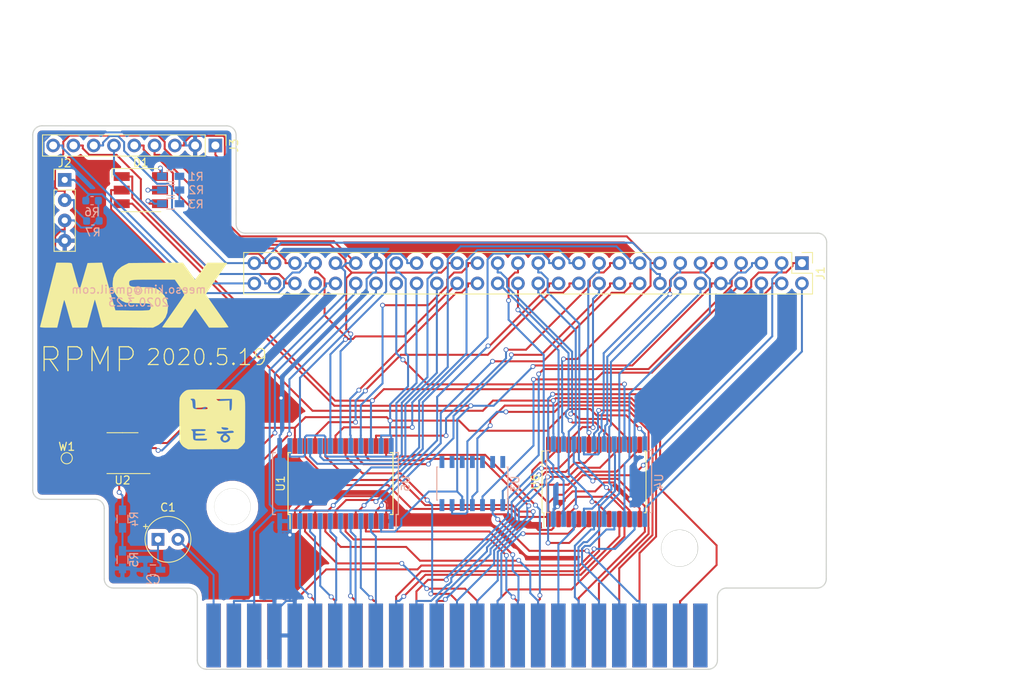
<source format=kicad_pcb>
(kicad_pcb (version 20171130) (host pcbnew 5.1.5-52549c5~86~ubuntu18.04.1)
  (layers (0 F.Cu mixed) (31 B.Cu mixed) (34 B.Paste user) (35 F.Paste user) (36 B.SilkS user) (37 F.SilkS user) (38 B.Mask user) (39 F.Mask user) (44 Edge.Cuts user))
  (net 0 "")
  (net 1 /RD3)
  (net 2 /RD4)
  (net 3 /RD6)
  (net 4 /RD7)
  (net 5 /RD0)
  (net 6 /RD1)
  (net 7 /RD2)
  (net 8 /RD5)
  (net 9 /WAIT)
  (net 10 /INT)
  (net 11 /BUSDIR)
  (net 12 /IORQ)
  (net 13 /MREQ)
  (net 14 /WR)
  (net 15 /RD)
  (net 16 /RESET)
  (net 17 /A9)
  (net 18 /A15)
  (net 19 /A11)
  (net 20 /A10)
  (net 21 /A7)
  (net 22 /A6)
  (net 23 /A12)
  (net 24 /A8)
  (net 25 /A14)
  (net 26 /A13)
  (net 27 /A1)
  (net 28 /A0)
  (net 29 /A3)
  (net 30 /A2)
  (net 31 /A5)
  (net 32 /A4)
  (net 33 /D1)
  (net 34 /D0)
  (net 35 /D3)
  (net 36 /D2)
  (net 37 /D5)
  (net 38 /D4)
  (net 39 /D7)
  (net 40 /D6)
  (net 41 /CLK)
  (net 42 +3V3)
  (net 43 "Net-(P1-Pad5)")
  (net 44 "Net-(P1-Pad16)")
  (net 45 /RA8)
  (net 46 /RA11)
  (net 47 /RA15)
  (net 48 /RA12)
  (net 49 /RA13)
  (net 50 /RA14)
  (net 51 "Net-(P1-Pad1)")
  (net 52 "Net-(P1-Pad2)")
  (net 53 "Net-(P1-Pad3)")
  (net 54 /SLTSL)
  (net 55 "Net-(P1-Pad6)")
  (net 56 "Net-(P1-Pad44)")
  (net 57 "Net-(P1-Pad48)")
  (net 58 "Net-(P1-Pad50)")
  (net 59 /M1)
  (net 60 /RC17)
  (net 61 /RC27)
  (net 62 /RC23)
  (net 63 /RC24)
  (net 64 /RC19)
  (net 65 /RC26)
  (net 66 /SOUNDIN)
  (net 67 "Net-(D1-Pad4)")
  (net 68 "Net-(D1-Pad5)")
  (net 69 "Net-(D1-Pad6)")
  (net 70 /DAT_EN)
  (net 71 /DAT_DIR)
  (net 72 /ADDR)
  (net 73 "Net-(C1-Pad1)")
  (net 74 /RA10)
  (net 75 /RA9)
  (net 76 /RC20)
  (net 77 /SND)
  (net 78 "Net-(U2-Pad7)")
  (net 79 "Net-(U2-Pad6)")
  (net 80 /GND)
  (net 81 /DCS)
  (net 82 /DREQ)
  (net 83 /SCLK)
  (net 84 /MOSI)
  (net 85 /CS)
  (net 86 /MISO)
  (net 87 /SCL)
  (net 88 /DIN)
  (net 89 /5V0)
  (net 90 /BCK)
  (net 91 /RB3)
  (net 92 /3V3)
  (net 93 /RA4)
  (net 94 /RA5)
  (net 95 /RA2)
  (net 96 /RA3)
  (net 97 /RA0)
  (net 98 /RA1)
  (net 99 /RA6)
  (net 100 /RA7)
  (net 101 /RB0)
  (net 102 /RB1)
  (net 103 /RB2)
  (net 104 /CTRL_EN)
  (module Connector_PinHeader_2.54mm:PinHeader_1x09_P2.54mm_Vertical (layer F.Cu) (at 127.203 48.4632 270)
    (fp_text reference J3 (at 0 -2.33 90) (layer F.SilkS))
    (fp_text value Conn_01x09)
    (pad 9 thru_hole oval (at 0 20.32 270) (size 1.7 1.7) (drill 1) (layers *.Cu *.Mask) (net 81 /DCS))
    (pad 8 thru_hole oval (at 0 17.78 270) (size 1.7 1.7) (drill 1) (layers *.Cu *.Mask) (net 85 /CS))
    (pad 7 thru_hole oval (at 0 15.24 270) (size 1.7 1.7) (drill 1) (layers *.Cu *.Mask) (net 82 /DREQ))
    (pad 6 thru_hole oval (at 0 12.7 270) (size 1.7 1.7) (drill 1) (layers *.Cu *.Mask) (net 83 /SCLK))
    (pad 5 thru_hole oval (at 0 10.16 270) (size 1.7 1.7) (drill 1) (layers *.Cu *.Mask) (net 84 /MOSI))
    (pad 4 thru_hole oval (at 0 7.62 270) (size 1.7 1.7) (drill 1) (layers *.Cu *.Mask) (net 86 /MISO))
    (pad 3 thru_hole oval (at 0 5.08 270) (size 1.7 1.7) (drill 1) (layers *.Cu *.Mask) (net 101 /RB0))
    (pad 2 thru_hole oval (at 0 2.54 270) (size 1.7 1.7) (drill 1) (layers *.Cu *.Mask) (net 80 /GND))
    (pad 1 thru_hole rect (at 0 0 270) (size 1.7 1.7) (drill 1) (layers *.Cu *.Mask) (net 89 /5V0))
  )
  (module Connector_PinHeader_2.54mm:PinHeader_2x28_P2.54mm_Vertical (layer F.Cu) (at 200.66 63.1952 270)
    (fp_text reference J1 (at 1.27 -2.33 90) (layer F.SilkS))
    (fp_text value Conn_02x28_Odd_Even)
    (pad 56 thru_hole oval (at 2.54 68.58 270) (size 1.7 1.7) (drill 1) (layers *.Cu *.Mask) (net 81 /DCS))
    (pad 55 thru_hole oval (at 0 68.58 270) (size 1.7 1.7) (drill 1) (layers *.Cu *.Mask) (net 82 /DREQ))
    (pad 54 thru_hole oval (at 2.54 66.04 270) (size 1.7 1.7) (drill 1) (layers *.Cu *.Mask) (net 83 /SCLK))
    (pad 53 thru_hole oval (at 0 66.04 270) (size 1.7 1.7) (drill 1) (layers *.Cu *.Mask) (net 84 /MOSI))
    (pad 52 thru_hole oval (at 2.54 63.5 270) (size 1.7 1.7) (drill 1) (layers *.Cu *.Mask) (net 85 /CS))
    (pad 51 thru_hole oval (at 0 63.5 270) (size 1.7 1.7) (drill 1) (layers *.Cu *.Mask) (net 86 /MISO))
    (pad 50 thru_hole oval (at 2.54 60.96 270) (size 1.7 1.7) (drill 1) (layers *.Cu *.Mask) (net 87 /SCL))
    (pad 49 thru_hole oval (at 0 60.96 270) (size 1.7 1.7) (drill 1) (layers *.Cu *.Mask) (net 7 /RD2))
    (pad 48 thru_hole oval (at 2.54 58.42 270) (size 1.7 1.7) (drill 1) (layers *.Cu *.Mask) (net 88 /DIN))
    (pad 47 thru_hole oval (at 0 58.42 270) (size 1.7 1.7) (drill 1) (layers *.Cu *.Mask) (net 89 /5V0))
    (pad 46 thru_hole oval (at 2.54 55.88 270) (size 1.7 1.7) (drill 1) (layers *.Cu *.Mask) (net 64 /RC19))
    (pad 45 thru_hole oval (at 0 55.88 270) (size 1.7 1.7) (drill 1) (layers *.Cu *.Mask) (net 89 /5V0))
    (pad 44 thru_hole oval (at 2.54 53.34 270) (size 1.7 1.7) (drill 1) (layers *.Cu *.Mask) (net 90 /BCK))
    (pad 43 thru_hole oval (at 0 53.34 270) (size 1.7 1.7) (drill 1) (layers *.Cu *.Mask) (net 80 /GND))
    (pad 42 thru_hole oval (at 2.54 50.8 270) (size 1.7 1.7) (drill 1) (layers *.Cu *.Mask) (net 91 /RB3))
    (pad 41 thru_hole oval (at 0 50.8 270) (size 1.7 1.7) (drill 1) (layers *.Cu *.Mask) (net 92 /3V3))
    (pad 40 thru_hole oval (at 2.54 48.26 270) (size 1.7 1.7) (drill 1) (layers *.Cu *.Mask) (net 3 /RD6))
    (pad 39 thru_hole oval (at 0 48.26 270) (size 1.7 1.7) (drill 1) (layers *.Cu *.Mask) (net 4 /RD7))
    (pad 38 thru_hole oval (at 2.54 45.72 270) (size 1.7 1.7) (drill 1) (layers *.Cu *.Mask) (net 2 /RD4))
    (pad 37 thru_hole oval (at 0 45.72 270) (size 1.7 1.7) (drill 1) (layers *.Cu *.Mask) (net 8 /RD5))
    (pad 36 thru_hole oval (at 2.54 43.18 270) (size 1.7 1.7) (drill 1) (layers *.Cu *.Mask) (net 7 /RD2))
    (pad 35 thru_hole oval (at 0 43.18 270) (size 1.7 1.7) (drill 1) (layers *.Cu *.Mask) (net 1 /RD3))
    (pad 34 thru_hole oval (at 2.54 40.64 270) (size 1.7 1.7) (drill 1) (layers *.Cu *.Mask) (net 5 /RD0))
    (pad 33 thru_hole oval (at 0 40.64 270) (size 1.7 1.7) (drill 1) (layers *.Cu *.Mask) (net 6 /RD1))
    (pad 32 thru_hole oval (at 2.54 38.1 270) (size 1.7 1.7) (drill 1) (layers *.Cu *.Mask) (net 93 /RA4))
    (pad 31 thru_hole oval (at 0 38.1 270) (size 1.7 1.7) (drill 1) (layers *.Cu *.Mask) (net 94 /RA5))
    (pad 30 thru_hole oval (at 2.54 35.56 270) (size 1.7 1.7) (drill 1) (layers *.Cu *.Mask) (net 95 /RA2))
    (pad 29 thru_hole oval (at 0 35.56 270) (size 1.7 1.7) (drill 1) (layers *.Cu *.Mask) (net 96 /RA3))
    (pad 28 thru_hole oval (at 2.54 33.02 270) (size 1.7 1.7) (drill 1) (layers *.Cu *.Mask) (net 97 /RA0))
    (pad 27 thru_hole oval (at 0 33.02 270) (size 1.7 1.7) (drill 1) (layers *.Cu *.Mask) (net 98 /RA1))
    (pad 26 thru_hole oval (at 2.54 30.48 270) (size 1.7 1.7) (drill 1) (layers *.Cu *.Mask) (net 49 /RA13))
    (pad 25 thru_hole oval (at 0 30.48 270) (size 1.7 1.7) (drill 1) (layers *.Cu *.Mask) (net 50 /RA14))
    (pad 24 thru_hole oval (at 2.54 27.94 270) (size 1.7 1.7) (drill 1) (layers *.Cu *.Mask) (net 45 /RA8))
    (pad 23 thru_hole oval (at 0 27.94 270) (size 1.7 1.7) (drill 1) (layers *.Cu *.Mask) (net 48 /RA12))
    (pad 22 thru_hole oval (at 2.54 25.4 270) (size 1.7 1.7) (drill 1) (layers *.Cu *.Mask) (net 99 /RA6))
    (pad 21 thru_hole oval (at 0 25.4 270) (size 1.7 1.7) (drill 1) (layers *.Cu *.Mask) (net 100 /RA7))
    (pad 20 thru_hole oval (at 2.54 22.86 270) (size 1.7 1.7) (drill 1) (layers *.Cu *.Mask) (net 74 /RA10))
    (pad 19 thru_hole oval (at 0 22.86 270) (size 1.7 1.7) (drill 1) (layers *.Cu *.Mask) (net 46 /RA11))
    (pad 18 thru_hole oval (at 2.54 20.32 270) (size 1.7 1.7) (drill 1) (layers *.Cu *.Mask) (net 47 /RA15))
    (pad 17 thru_hole oval (at 0 20.32 270) (size 1.7 1.7) (drill 1) (layers *.Cu *.Mask) (net 75 /RA9))
    (pad 16 thru_hole oval (at 2.54 17.78 270) (size 1.7 1.7) (drill 1) (layers *.Cu *.Mask) (net 82 /DREQ))
    (pad 15 thru_hole oval (at 0 17.78 270) (size 1.7 1.7) (drill 1) (layers *.Cu *.Mask) (net 101 /RB0))
    (pad 14 thru_hole oval (at 2.54 15.24 270) (size 1.7 1.7) (drill 1) (layers *.Cu *.Mask) (net 76 /RC20))
    (pad 13 thru_hole oval (at 0 15.24 270) (size 1.7 1.7) (drill 1) (layers *.Cu *.Mask) (net 102 /RB1))
    (pad 12 thru_hole oval (at 2.54 12.7 270) (size 1.7 1.7) (drill 1) (layers *.Cu *.Mask) (net 65 /RC26))
    (pad 11 thru_hole oval (at 0 12.7 270) (size 1.7 1.7) (drill 1) (layers *.Cu *.Mask) (net 61 /RC27))
    (pad 10 thru_hole oval (at 2.54 10.16 270) (size 1.7 1.7) (drill 1) (layers *.Cu *.Mask) (net 71 /DAT_DIR))
    (pad 9 thru_hole oval (at 0 10.16 270) (size 1.7 1.7) (drill 1) (layers *.Cu *.Mask) (net 103 /RB2))
    (pad 8 thru_hole oval (at 2.54 7.62 270) (size 1.7 1.7) (drill 1) (layers *.Cu *.Mask) (net 62 /RC23))
    (pad 7 thru_hole oval (at 0 7.62 270) (size 1.7 1.7) (drill 1) (layers *.Cu *.Mask) (net 63 /RC24))
    (pad 6 thru_hole oval (at 2.54 5.08 270) (size 1.7 1.7) (drill 1) (layers *.Cu *.Mask) (net 80 /GND))
    (pad 5 thru_hole oval (at 0 5.08 270) (size 1.7 1.7) (drill 1) (layers *.Cu *.Mask) (net 71 /DAT_DIR))
    (pad 4 thru_hole oval (at 2.54 2.54 270) (size 1.7 1.7) (drill 1) (layers *.Cu *.Mask) (net 60 /RC17))
    (pad 3 thru_hole oval (at 0 2.54 270) (size 1.7 1.7) (drill 1) (layers *.Cu *.Mask) (net 72 /ADDR))
    (pad 2 thru_hole oval (at 2.54 0 270) (size 1.7 1.7) (drill 1) (layers *.Cu *.Mask) (net 104 /CTRL_EN))
    (pad 1 thru_hole rect (at 0 0 270) (size 1.7 1.7) (drill 1) (layers *.Cu *.Mask) (net 70 /DAT_EN))
  )
  (module MSX:msx-logo (layer F.Cu) (at 116.9924 67.2084)
    (fp_text reference G1 hide)
    (fp_text value LOGO hide)
  )
  (module MSX:srxg (layer F.Cu) (at 126.746 83.2104)
    (fp_text reference G2 hide)
    (fp_text value LOGO hide)
  )
  (module Housings_SOIC:SOIC-24W_7.5x15.4mm_Pitch1.27mm (layer B.Cu) (at 142.24 90.805 90)
    (fp_text reference U5 (at 0 8.8 90) (layer B.SilkS) (effects (justify mirror)))
    (fp_text value LVC4245)
    (pad 1 smd rect (at -4.7 6.985 90) (size 2 0.6) (layers B.Cu B.Paste B.Mask) (net 89 /5V0))
    (pad 2 smd rect (at -4.7 5.715 90) (size 2 0.6) (layers B.Cu B.Paste B.Mask) (net 71 /DAT_DIR))
    (pad 3 smd rect (at -4.7 4.445 90) (size 2 0.6) (layers B.Cu B.Paste B.Mask) (net 33 /D1))
    (pad 4 smd rect (at -4.7 3.175 90) (size 2 0.6) (layers B.Cu B.Paste B.Mask) (net 34 /D0))
    (pad 5 smd rect (at -4.7 1.905 90) (size 2 0.6) (layers B.Cu B.Paste B.Mask) (net 35 /D3))
    (pad 6 smd rect (at -4.7 0.635 90) (size 2 0.6) (layers B.Cu B.Paste B.Mask) (net 36 /D2))
    (pad 7 smd rect (at -4.7 -0.635 90) (size 2 0.6) (layers B.Cu B.Paste B.Mask) (net 37 /D5))
    (pad 8 smd rect (at -4.7 -1.905 90) (size 2 0.6) (layers B.Cu B.Paste B.Mask) (net 38 /D4))
    (pad 9 smd rect (at -4.7 -3.175 90) (size 2 0.6) (layers B.Cu B.Paste B.Mask) (net 39 /D7))
    (pad 10 smd rect (at -4.7 -4.445 90) (size 2 0.6) (layers B.Cu B.Paste B.Mask) (net 40 /D6))
    (pad 11 smd rect (at -4.7 -5.715 90) (size 2 0.6) (layers B.Cu B.Paste B.Mask) (net 80 /GND))
    (pad 12 smd rect (at -4.7 -6.985 90) (size 2 0.6) (layers B.Cu B.Paste B.Mask) (net 80 /GND))
    (pad 13 smd rect (at 4.7 -6.985 90) (size 2 0.6) (layers B.Cu B.Paste B.Mask) (net 80 /GND))
    (pad 14 smd rect (at 4.7 -5.715 90) (size 2 0.6) (layers B.Cu B.Paste B.Mask) (net 3 /RD6))
    (pad 15 smd rect (at 4.7 -4.445 90) (size 2 0.6) (layers B.Cu B.Paste B.Mask) (net 4 /RD7))
    (pad 16 smd rect (at 4.7 -3.175 90) (size 2 0.6) (layers B.Cu B.Paste B.Mask) (net 2 /RD4))
    (pad 17 smd rect (at 4.7 -1.905 90) (size 2 0.6) (layers B.Cu B.Paste B.Mask) (net 8 /RD5))
    (pad 18 smd rect (at 4.7 -0.635 90) (size 2 0.6) (layers B.Cu B.Paste B.Mask) (net 7 /RD2))
    (pad 19 smd rect (at 4.7 0.635 90) (size 2 0.6) (layers B.Cu B.Paste B.Mask) (net 1 /RD3))
    (pad 20 smd rect (at 4.7 1.905 90) (size 2 0.6) (layers B.Cu B.Paste B.Mask) (net 5 /RD0))
    (pad 21 smd rect (at 4.7 3.175 90) (size 2 0.6) (layers B.Cu B.Paste B.Mask) (net 6 /RD1))
    (pad 22 smd rect (at 4.7 4.445 90) (size 2 0.6) (layers B.Cu B.Paste B.Mask) (net 70 /DAT_EN))
    (pad 23 smd rect (at 4.7 5.715 90) (size 2 0.6) (layers B.Cu B.Paste B.Mask) (net 92 /3V3))
    (pad 24 smd rect (at 4.7 6.985 90) (size 2 0.6) (layers B.Cu B.Paste B.Mask) (net 92 /3V3))
  )
  (module Resistors_SMD:R_0603_HandSoldering (layer B.Cu) (at 121.602 55.753)
    (fp_text reference R3 (at 3.1628 0.0762) (layer B.SilkS) (effects (justify mirror)))
    (fp_text value R)
    (pad 1 smd rect (at -1.1 0) (size 1.2 0.9) (layers B.Cu B.Paste B.Mask) (net 67 "Net-(D1-Pad4)"))
    (pad 2 smd rect (at 1.1 0) (size 1.2 0.9) (layers B.Cu B.Paste B.Mask) (net 42 +3V3))
  )
  (module Resistors_SMD:R_0603_HandSoldering (layer B.Cu) (at 115.57 100.33 90)
    (fp_text reference R5 (at 0 1.45 90) (layer B.SilkS) (effects (justify mirror)))
    (fp_text value R)
    (pad 1 smd rect (at -1.1 0 90) (size 1.2 0.9) (layers B.Cu B.Paste B.Mask) (net 80 /GND))
    (pad 2 smd rect (at 1.1 0 90) (size 1.2 0.9) (layers B.Cu B.Paste B.Mask) (net 73 "Net-(C1-Pad1)"))
  )
  (module LEDs:LED_RGB_5050-6 (layer F.Cu) (at 117.869 54.053)
    (fp_text reference D1 (at -0.013 -3.4435 180) (layer F.SilkS))
    (fp_text value LED_RGB)
    (pad 1 smd rect (at -2.4 -1.7 90) (size 1.1 2) (layers F.Cu F.Paste F.Mask) (net 70 /DAT_EN))
    (pad 2 smd rect (at -2.4 0 90) (size 1.1 2) (layers F.Cu F.Paste F.Mask) (net 54 /SLTSL))
    (pad 3 smd rect (at -2.4 1.7 90) (size 1.1 2) (layers F.Cu F.Paste F.Mask) (net 71 /DAT_DIR))
    (pad 4 smd rect (at 2.4 1.7 90) (size 1.1 2) (layers F.Cu F.Paste F.Mask) (net 67 "Net-(D1-Pad4)"))
    (pad 5 smd rect (at 2.4 0 90) (size 1.1 2) (layers F.Cu F.Paste F.Mask) (net 68 "Net-(D1-Pad5)"))
    (pad 6 smd rect (at 2.4 -1.7 90) (size 1.1 2) (layers F.Cu F.Paste F.Mask) (net 69 "Net-(D1-Pad6)"))
  )
  (module Resistors_SMD:R_0603_HandSoldering (layer B.Cu) (at 121.602 52.324)
    (fp_text reference R1 (at 3.1628 0.0508) (layer B.SilkS) (effects (justify mirror)))
    (fp_text value R)
    (pad 1 smd rect (at -1.1 0) (size 1.2 0.9) (layers B.Cu B.Paste B.Mask) (net 69 "Net-(D1-Pad6)"))
    (pad 2 smd rect (at 1.1 0) (size 1.2 0.9) (layers B.Cu B.Paste B.Mask) (net 42 +3V3))
  )
  (module Housings_SOIC:SOIC-14_3.9x8.7mm_Pitch1.27mm (layer B.Cu) (at 159.385 90.805 90)
    (fp_text reference U3 (at 0 5.375 270) (layer B.SilkS) (effects (justify mirror)))
    (fp_text value 74LS07)
    (pad 1 smd rect (at -2.7 3.81 90) (size 1.5 0.6) (layers B.Cu B.Paste B.Mask) (net 63 /RC24))
    (pad 2 smd rect (at -2.7 2.54 90) (size 1.5 0.6) (layers B.Cu B.Paste B.Mask) (net 9 /WAIT))
    (pad 3 smd rect (at -2.7 1.27 90) (size 1.5 0.6) (layers B.Cu B.Paste B.Mask) (net 62 /RC23))
    (pad 4 smd rect (at -2.7 0 90) (size 1.5 0.6) (layers B.Cu B.Paste B.Mask) (net 10 /INT))
    (pad 5 smd rect (at -2.7 -1.27 90) (size 1.5 0.6) (layers B.Cu B.Paste B.Mask) (net 71 /DAT_DIR))
    (pad 6 smd rect (at -2.7 -2.54 90) (size 1.5 0.6) (layers B.Cu B.Paste B.Mask) (net 11 /BUSDIR))
    (pad 7 smd rect (at -2.7 -3.81 90) (size 1.5 0.6) (layers B.Cu B.Paste B.Mask))
    (pad 8 smd rect (at 2.7 -3.81 90) (size 1.5 0.6) (layers B.Cu B.Paste B.Mask))
    (pad 9 smd rect (at 2.7 -2.54 90) (size 1.5 0.6) (layers B.Cu B.Paste B.Mask))
    (pad 10 smd rect (at 2.7 -1.27 90) (size 1.5 0.6) (layers B.Cu B.Paste B.Mask))
    (pad 11 smd rect (at 2.7 0 90) (size 1.5 0.6) (layers B.Cu B.Paste B.Mask))
    (pad 12 smd rect (at 2.7 1.27 90) (size 1.5 0.6) (layers B.Cu B.Paste B.Mask))
    (pad 13 smd rect (at 2.7 2.54 90) (size 1.5 0.6) (layers B.Cu B.Paste B.Mask))
    (pad 14 smd rect (at 2.7 3.81 90) (size 1.5 0.6) (layers B.Cu B.Paste B.Mask))
  )
  (module Pin_Headers:Pin_Header_Straight_1x04_Pitch2.54mm (layer F.Cu) (at 108.331 52.7685)
    (fp_text reference J2 (at 0 -2.0955) (layer F.SilkS))
    (fp_text value Conn_01x04)
    (pad 1 thru_hole rect (at 0 0) (size 1.7 1.7) (drill 0.773) (layers *.Cu *.Mask) (net 7 /RD2))
    (pad 2 thru_hole oval (at 0 2.54) (size 1.7 1.7) (drill 0.773) (layers *.Cu *.Mask) (net 1 /RD3))
    (pad 3 thru_hole oval (at 0 5.08) (size 1.7 1.7) (drill 0.773) (layers *.Cu *.Mask) (net 92 /3V3))
    (pad 4 thru_hole oval (at 0 7.62) (size 1.7 1.7) (drill 0.773) (layers *.Cu *.Mask) (net 80 /GND))
  )
  (module Resistors_SMD:R_0603_HandSoldering (layer B.Cu) (at 115.57 95.25 90)
    (fp_text reference R4 (at 0 1.45 90) (layer B.SilkS) (effects (justify mirror)))
    (fp_text value R)
    (pad 1 smd rect (at -1.1 0 90) (size 1.2 0.9) (layers B.Cu B.Paste B.Mask) (net 73 "Net-(C1-Pad1)"))
    (pad 2 smd rect (at 1.1 0 90) (size 1.2 0.9) (layers B.Cu B.Paste B.Mask) (net 77 /SND))
  )
  (module Housings_SOIC:SOIC-20W_7.5x12.8mm_Pitch1.27mm (layer F.Cu) (at 142.875 90.805 90)
    (fp_text reference U1 (at 0 -7.5 90) (layer F.SilkS))
    (fp_text value 74HC244)
    (pad 1 smd rect (at -4.7 -5.715 90) (size 1.95 0.6) (layers F.Cu F.Paste F.Mask) (net 72 /ADDR))
    (pad 2 smd rect (at -4.7 -4.445 90) (size 1.95 0.6) (layers F.Cu F.Paste F.Mask) (net 24 /A8))
    (pad 3 smd rect (at -4.7 -3.175 90) (size 1.95 0.6) (layers F.Cu F.Paste F.Mask) (net 48 /RA12))
    (pad 4 smd rect (at -4.7 -1.905 90) (size 1.95 0.6) (layers F.Cu F.Paste F.Mask) (net 17 /A9))
    (pad 5 smd rect (at -4.7 -0.635 90) (size 1.95 0.6) (layers F.Cu F.Paste F.Mask) (net 49 /RA13))
    (pad 6 smd rect (at -4.7 0.635 90) (size 1.95 0.6) (layers F.Cu F.Paste F.Mask) (net 20 /A10))
    (pad 7 smd rect (at -4.7 1.905 90) (size 1.95 0.6) (layers F.Cu F.Paste F.Mask) (net 50 /RA14))
    (pad 8 smd rect (at -4.7 3.175 90) (size 1.95 0.6) (layers F.Cu F.Paste F.Mask) (net 19 /A11))
    (pad 9 smd rect (at -4.7 4.445 90) (size 1.95 0.6) (layers F.Cu F.Paste F.Mask) (net 47 /RA15))
    (pad 10 smd rect (at -4.7 5.715 90) (size 1.95 0.6) (layers F.Cu F.Paste F.Mask) (net 80 /GND))
    (pad 11 smd rect (at 4.7 5.715 90) (size 1.95 0.6) (layers F.Cu F.Paste F.Mask) (net 18 /A15))
    (pad 12 smd rect (at 4.7 4.445 90) (size 1.95 0.6) (layers F.Cu F.Paste F.Mask) (net 46 /RA11))
    (pad 13 smd rect (at 4.7 3.175 90) (size 1.95 0.6) (layers F.Cu F.Paste F.Mask) (net 25 /A14))
    (pad 14 smd rect (at 4.7 1.905 90) (size 1.95 0.6) (layers F.Cu F.Paste F.Mask) (net 74 /RA10))
    (pad 15 smd rect (at 4.7 0.635 90) (size 1.95 0.6) (layers F.Cu F.Paste F.Mask) (net 26 /A13))
    (pad 16 smd rect (at 4.7 -0.635 90) (size 1.95 0.6) (layers F.Cu F.Paste F.Mask) (net 75 /RA9))
    (pad 17 smd rect (at 4.7 -1.905 90) (size 1.95 0.6) (layers F.Cu F.Paste F.Mask) (net 23 /A12))
    (pad 18 smd rect (at 4.7 -3.175 90) (size 1.95 0.6) (layers F.Cu F.Paste F.Mask) (net 45 /RA8))
    (pad 19 smd rect (at 4.7 -4.445 90) (size 1.95 0.6) (layers F.Cu F.Paste F.Mask) (net 72 /ADDR))
    (pad 20 smd rect (at 4.7 -5.715 90) (size 1.95 0.6) (layers F.Cu F.Paste F.Mask) (net 92 /3V3))
  )
  (module Resistors_SMD:R_0603_HandSoldering (layer B.Cu) (at 121.602 54.0385)
    (fp_text reference R2 (at 3.2136 0.0127) (layer B.SilkS) (effects (justify mirror)))
    (fp_text value R)
    (pad 1 smd rect (at -1.1 0) (size 1.2 0.9) (layers B.Cu B.Paste B.Mask) (net 68 "Net-(D1-Pad5)"))
    (pad 2 smd rect (at 1.1 0) (size 1.2 0.9) (layers B.Cu B.Paste B.Mask) (net 42 +3V3))
  )
  (module Housings_SOIC:SOIC-20W_7.5x12.8mm_Pitch1.27mm (layer B.Cu) (at 175.26 90.552 90)
    (fp_text reference U4 (at 0 7.5 90) (layer B.SilkS) (effects (justify mirror)))
    (fp_text value 74HC244)
    (pad 1 smd rect (at -4.7 5.715 90) (size 1.95 0.6) (layers B.Cu B.Paste B.Mask) (net 104 /CTRL_EN))
    (pad 2 smd rect (at -4.7 4.445 90) (size 1.95 0.6) (layers B.Cu B.Paste B.Mask) (net 41 /CLK))
    (pad 3 smd rect (at -4.7 3.175 90) (size 1.95 0.6) (layers B.Cu B.Paste B.Mask) (net 61 /RC27))
    (pad 4 smd rect (at -4.7 1.905 90) (size 1.95 0.6) (layers B.Cu B.Paste B.Mask) (net 59 /M1))
    (pad 5 smd rect (at -4.7 0.635 90) (size 1.95 0.6) (layers B.Cu B.Paste B.Mask) (net 65 /RC26))
    (pad 6 smd rect (at -4.7 -0.635 90) (size 1.95 0.6) (layers B.Cu B.Paste B.Mask) (net 14 /WR))
    (pad 7 smd rect (at -4.7 -1.905 90) (size 1.95 0.6) (layers B.Cu B.Paste B.Mask) (net 76 /RC20))
    (pad 8 smd rect (at -4.7 -3.175 90) (size 1.95 0.6) (layers B.Cu B.Paste B.Mask) (net 16 /RESET))
    (pad 9 smd rect (at -4.7 -4.445 90) (size 1.95 0.6) (layers B.Cu B.Paste B.Mask) (net 60 /RC17))
    (pad 10 smd rect (at -4.7 -5.715 90) (size 1.95 0.6) (layers B.Cu B.Paste B.Mask) (net 80 /GND))
    (pad 11 smd rect (at 4.7 -5.715 90) (size 1.95 0.6) (layers B.Cu B.Paste B.Mask) (net 54 /SLTSL))
    (pad 12 smd rect (at 4.7 -4.445 90) (size 1.95 0.6) (layers B.Cu B.Paste B.Mask) (net 101 /RB0))
    (pad 13 smd rect (at 4.7 -3.175 90) (size 1.95 0.6) (layers B.Cu B.Paste B.Mask) (net 15 /RD))
    (pad 14 smd rect (at 4.7 -1.905 90) (size 1.95 0.6) (layers B.Cu B.Paste B.Mask) (net 102 /RB1))
    (pad 15 smd rect (at 4.7 -0.635 90) (size 1.95 0.6) (layers B.Cu B.Paste B.Mask) (net 13 /MREQ))
    (pad 16 smd rect (at 4.7 0.635 90) (size 1.95 0.6) (layers B.Cu B.Paste B.Mask) (net 103 /RB2))
    (pad 17 smd rect (at 4.7 1.905 90) (size 1.95 0.6) (layers B.Cu B.Paste B.Mask) (net 12 /IORQ))
    (pad 18 smd rect (at 4.7 3.175 90) (size 1.95 0.6) (layers B.Cu B.Paste B.Mask) (net 91 /RB3))
    (pad 19 smd rect (at 4.7 4.445 90) (size 1.95 0.6) (layers B.Cu B.Paste B.Mask) (net 80 /GND))
    (pad 20 smd rect (at 4.7 5.715 90) (size 1.95 0.6) (layers B.Cu B.Paste B.Mask) (net 92 /3V3))
  )
  (module Capacitors_SMD:C_0603_HandSoldering (layer B.Cu) (at 119.38 101.6)
    (fp_text reference C2 (at 0 1.25) (layer B.SilkS) (effects (justify mirror)))
    (fp_text value C)
    (pad 1 smd rect (at -0.95 0) (size 1.2 0.75) (layers B.Cu B.Paste B.Mask) (net 80 /GND))
    (pad 2 smd rect (at 0.95 0) (size 1.2 0.75) (layers B.Cu B.Paste B.Mask) (net 73 "Net-(C1-Pad1)"))
  )
  (module MSX:card_edge_connector (layer F.Cu) (at 156.2 106.68)
    (fp_text reference P1 hide)
    (fp_text value CONN_02X25)
    (pad "" np_thru_hole circle (at 29.12364 -7.78256) (size 4.5 4.5) (drill 4.5) (layers *.Cu *.Mask F.SilkS) (clearance 1))
    (pad 1 connect rect (at 31.73984 3.14744) (size 1.8 8) (layers B.Cu B.Mask) (net 51 "Net-(P1-Pad1)"))
    (pad 2 connect rect (at 31.73984 3.14744) (size 1.8 8) (layers F.Cu F.Mask) (net 52 "Net-(P1-Pad2)"))
    (pad 3 connect rect (at 29.19984 3.14744) (size 1.8 8) (layers B.Cu B.Mask) (net 53 "Net-(P1-Pad3)"))
    (pad 4 connect rect (at 29.19984 3.14744) (size 1.8 8) (layers F.Cu F.Mask) (net 54 /SLTSL))
    (pad 5 connect rect (at 26.65984 3.14744) (size 1.8 8) (layers B.Cu B.Mask) (net 43 "Net-(P1-Pad5)"))
    (pad 6 connect rect (at 26.65984 3.14744) (size 1.8 8) (layers F.Cu F.Mask) (net 55 "Net-(P1-Pad6)"))
    (pad 7 connect rect (at 24.11984 3.14744) (size 1.8 8) (layers B.Cu B.Mask) (net 9 /WAIT))
    (pad 8 connect rect (at 24.11984 3.14744) (size 1.8 8) (layers F.Cu F.Mask) (net 10 /INT))
    (pad 9 connect rect (at 21.57984 3.14744) (size 1.8 8) (layers B.Cu B.Mask) (net 59 /M1))
    (pad 10 connect rect (at 21.57984 3.14744) (size 1.8 8) (layers F.Cu F.Mask) (net 11 /BUSDIR))
    (pad 11 connect rect (at 19.03984 3.14744) (size 1.8 8) (layers B.Cu B.Mask) (net 12 /IORQ))
    (pad 12 connect rect (at 19.03984 3.14744) (size 1.8 8) (layers F.Cu F.Mask) (net 13 /MREQ))
    (pad 13 connect rect (at 16.49984 3.14744) (size 1.8 8) (layers B.Cu B.Mask) (net 14 /WR))
    (pad 14 connect rect (at 16.49984 3.14744) (size 1.8 8) (layers F.Cu F.Mask) (net 15 /RD))
    (pad 15 connect rect (at 13.95984 3.14744) (size 1.8 8) (layers B.Cu B.Mask) (net 16 /RESET))
    (pad 16 connect rect (at 13.95984 3.14744) (size 1.8 8) (layers F.Cu F.Mask) (net 44 "Net-(P1-Pad16)"))
    (pad 17 connect rect (at 11.41984 3.14744) (size 1.8 8) (layers B.Cu B.Mask) (net 17 /A9))
    (pad 18 connect rect (at 11.41984 3.14744) (size 1.8 8) (layers F.Cu F.Mask) (net 18 /A15))
    (pad 19 connect rect (at 8.87984 3.14744) (size 1.8 8) (layers B.Cu B.Mask) (net 19 /A11))
    (pad 20 connect rect (at 8.87984 3.14744) (size 1.8 8) (layers F.Cu F.Mask) (net 20 /A10))
    (pad 21 connect rect (at 6.33984 3.14744) (size 1.8 8) (layers B.Cu B.Mask) (net 21 /A7))
    (pad 22 connect rect (at 6.33984 3.14744) (size 1.8 8) (layers F.Cu F.Mask) (net 22 /A6))
    (pad 23 connect rect (at 3.79984 3.14744) (size 1.8 8) (layers B.Cu B.Mask) (net 23 /A12))
    (pad 24 connect rect (at 3.79984 3.14744) (size 1.8 8) (layers F.Cu F.Mask) (net 24 /A8))
    (pad 25 connect rect (at 1.25984 3.14744) (size 1.8 8) (layers B.Cu B.Mask) (net 25 /A14))
    (pad 26 connect rect (at 1.25984 3.14744) (size 1.8 8) (layers F.Cu F.Mask) (net 26 /A13))
    (pad 27 connect rect (at -1.28016 3.14744) (size 1.8 8) (layers B.Cu B.Mask) (net 27 /A1))
    (pad 28 connect rect (at -1.28016 3.14744) (size 1.8 8) (layers F.Cu F.Mask) (net 28 /A0))
    (pad 29 connect rect (at -3.82016 3.14744) (size 1.8 8) (layers B.Cu B.Mask) (net 29 /A3))
    (pad 30 connect rect (at -3.82016 3.14744) (size 1.8 8) (layers F.Cu F.Mask) (net 30 /A2))
    (pad 31 connect rect (at -6.36016 3.14744) (size 1.8 8) (layers B.Cu B.Mask) (net 31 /A5))
    (pad 32 connect rect (at -6.36016 3.14744) (size 1.8 8) (layers F.Cu F.Mask) (net 32 /A4))
    (pad 33 connect rect (at -8.90016 3.14744) (size 1.8 8) (layers B.Cu B.Mask) (net 33 /D1))
    (pad 34 connect rect (at -8.90016 3.14744) (size 1.8 8) (layers F.Cu F.Mask) (net 34 /D0))
    (pad 35 connect rect (at -11.44016 3.14744) (size 1.8 8) (layers B.Cu B.Mask) (net 35 /D3))
    (pad 36 connect rect (at -11.44016 3.14744) (size 1.8 8) (layers F.Cu F.Mask) (net 36 /D2))
    (pad 37 connect rect (at -13.98016 3.14744) (size 1.8 8) (layers B.Cu B.Mask) (net 37 /D5))
    (pad 38 connect rect (at -13.98016 3.14744) (size 1.8 8) (layers F.Cu F.Mask) (net 38 /D4))
    (pad 39 connect rect (at -16.52016 3.14744) (size 1.8 8) (layers B.Cu B.Mask) (net 39 /D7))
    (pad 40 connect rect (at -16.52016 3.14744) (size 1.8 8) (layers F.Cu F.Mask) (net 40 /D6))
    (pad 41 connect rect (at -19.06016 3.14744) (size 1.8 8) (layers B.Cu B.Mask) (net 80 /GND))
    (pad 42 connect rect (at -19.06016 3.14744) (size 1.8 8) (layers F.Cu F.Mask) (net 41 /CLK))
    (pad 43 connect rect (at -21.60016 3.14744) (size 1.8 8) (layers B.Cu B.Mask) (net 80 /GND))
    (pad 44 connect rect (at -21.60524 2.65468) (size 1.8 7) (layers F.Cu F.Mask) (net 56 "Net-(P1-Pad44)"))
    (pad 45 connect rect (at -24.14016 3.14744) (size 1.8 8) (layers B.Cu B.Mask) (net 89 /5V0))
    (pad 46 connect rect (at -24.14016 3.14744) (size 1.8 8) (layers F.Cu F.Mask) (net 56 "Net-(P1-Pad44)"))
    (pad 47 connect rect (at -26.68016 3.14744) (size 1.8 8) (layers B.Cu B.Mask) (net 89 /5V0))
    (pad 48 connect rect (at -26.68016 3.14744) (size 1.8 8) (layers F.Cu F.Mask) (net 57 "Net-(P1-Pad48)"))
    (pad 49 connect rect (at -29.22016 3.14744) (size 1.8 8) (layers B.Cu B.Mask) (net 66 /SOUNDIN))
    (pad 50 connect rect (at -29.22016 3.14744) (size 1.8 8) (layers F.Cu F.Mask) (net 58 "Net-(P1-Pad50)"))
    (pad "" np_thru_hole circle (at -26.87574 -12.98448) (size 4.5 4.5) (drill 4.5) (layers *.Cu *.Mask F.SilkS) (clearance 1))
  )
  (module Package_SO:SOP-8_3.9x4.9mm_P1.27mm (layer F.Cu) (at 115.57 86.995 180)
    (fp_text reference U2 (at 0 -3.4) (layer F.SilkS))
    (fp_text value PT8211)
    (pad 1 smd roundrect (at -2.625 -1.905 180) (size 1.65 0.6) (layers F.Cu F.Paste F.Mask) (net 90 /BCK))
    (pad 2 smd roundrect (at -2.625 -0.635 180) (size 1.65 0.6) (layers F.Cu F.Paste F.Mask) (net 64 /RC19))
    (pad 3 smd roundrect (at -2.625 0.635 180) (size 1.65 0.6) (layers F.Cu F.Paste F.Mask) (net 88 /DIN))
    (pad 4 smd roundrect (at -2.625 1.905 180) (size 1.65 0.6) (layers F.Cu F.Paste F.Mask) (net 80 /GND))
    (pad 5 smd roundrect (at 2.625 1.905 180) (size 1.65 0.6) (layers F.Cu F.Paste F.Mask) (net 92 /3V3))
    (pad 6 smd roundrect (at 2.625 0.635 180) (size 1.65 0.6) (layers F.Cu F.Paste F.Mask) (net 79 "Net-(U2-Pad6)"))
    (pad 7 smd roundrect (at 2.625 -0.635 180) (size 1.65 0.6) (layers F.Cu F.Paste F.Mask) (net 78 "Net-(U2-Pad7)"))
    (pad 8 smd roundrect (at 2.625 -1.905 180) (size 1.65 0.6) (layers F.Cu F.Paste F.Mask) (net 77 /SND))
  )
  (module Package_SO:SOIC-20W_7.5x12.8mm_P1.27mm (layer F.Cu) (at 174.625 90.6 90)
    (fp_text reference U6 (at 0 -7.35 90) (layer F.SilkS))
    (fp_text value 74HC244)
    (pad 1 smd roundrect (at -4.65 -5.715 90) (size 2.05 0.6) (layers F.Cu F.Paste F.Mask) (net 72 /ADDR))
    (pad 2 smd roundrect (at -4.65 -4.445 90) (size 2.05 0.6) (layers F.Cu F.Paste F.Mask) (net 22 /A6))
    (pad 3 smd roundrect (at -4.65 -3.175 90) (size 2.05 0.6) (layers F.Cu F.Paste F.Mask) (net 95 /RA2))
    (pad 4 smd roundrect (at -4.65 -1.905 90) (size 2.05 0.6) (layers F.Cu F.Paste F.Mask) (net 21 /A7))
    (pad 5 smd roundrect (at -4.65 -0.635 90) (size 2.05 0.6) (layers F.Cu F.Paste F.Mask) (net 96 /RA3))
    (pad 6 smd roundrect (at -4.65 0.635 90) (size 2.05 0.6) (layers F.Cu F.Paste F.Mask) (net 32 /A4))
    (pad 7 smd roundrect (at -4.65 1.905 90) (size 2.05 0.6) (layers F.Cu F.Paste F.Mask) (net 97 /RA0))
    (pad 8 smd roundrect (at -4.65 3.175 90) (size 2.05 0.6) (layers F.Cu F.Paste F.Mask) (net 31 /A5))
    (pad 9 smd roundrect (at -4.65 4.445 90) (size 2.05 0.6) (layers F.Cu F.Paste F.Mask) (net 98 /RA1))
    (pad 10 smd roundrect (at -4.65 5.715 90) (size 2.05 0.6) (layers F.Cu F.Paste F.Mask) (net 80 /GND))
    (pad 11 smd roundrect (at 4.65 5.715 90) (size 2.05 0.6) (layers F.Cu F.Paste F.Mask) (net 27 /A1))
    (pad 12 smd roundrect (at 4.65 4.445 90) (size 2.05 0.6) (layers F.Cu F.Paste F.Mask) (net 94 /RA5))
    (pad 13 smd roundrect (at 4.65 3.175 90) (size 2.05 0.6) (layers F.Cu F.Paste F.Mask) (net 28 /A0))
    (pad 14 smd roundrect (at 4.65 1.905 90) (size 2.05 0.6) (layers F.Cu F.Paste F.Mask) (net 93 /RA4))
    (pad 15 smd roundrect (at 4.65 0.635 90) (size 2.05 0.6) (layers F.Cu F.Paste F.Mask) (net 29 /A3))
    (pad 16 smd roundrect (at 4.65 -0.635 90) (size 2.05 0.6) (layers F.Cu F.Paste F.Mask) (net 100 /RA7))
    (pad 17 smd roundrect (at 4.65 -1.905 90) (size 2.05 0.6) (layers F.Cu F.Paste F.Mask) (net 30 /A2))
    (pad 18 smd roundrect (at 4.65 -3.175 90) (size 2.05 0.6) (layers F.Cu F.Paste F.Mask) (net 99 /RA6))
    (pad 19 smd roundrect (at 4.65 -4.445 90) (size 2.05 0.6) (layers F.Cu F.Paste F.Mask) (net 72 /ADDR))
    (pad 20 smd roundrect (at 4.65 -5.715 90) (size 2.05 0.6) (layers F.Cu F.Paste F.Mask) (net 92 /3V3))
  )
  (module Capacitor_THT:CP_Radial_Tantal_D5.5mm_P2.50mm (layer F.Cu) (at 120.015 97.79)
    (fp_text reference C1 (at 1.25 -4) (layer F.SilkS))
    (fp_text value CP)
    (pad 1 thru_hole rect (at 0 0) (size 1.6 1.6) (drill 0.8) (layers *.Cu *.Mask) (net 73 "Net-(C1-Pad1)"))
    (pad 2 thru_hole circle (at 2.5 0) (size 1.6 1.6) (drill 0.8) (layers *.Cu *.Mask) (net 66 /SOUNDIN))
  )
  (module MSX:TestPoint_Pad_D1.0mm (layer F.Cu) (at 108.585 87.63)
    (fp_text reference W1 (at 0 -1.448) (layer F.SilkS))
    (fp_text value TEST_1P)
    (pad 1 smd circle (at 0 0) (size 1 1) (layers F.Cu F.Mask) (net 79 "Net-(U2-Pad6)"))
    (pad 2 smd circle (at 0.01016 1.23698) (size 1 1) (layers F.Cu F.Mask) (net 77 /SND))
  )
  (module Resistor_SMD:R_0603_1608Metric (layer B.Cu) (at 111.76 55.372)
    (fp_text reference R6 (at 0 1.43) (layer B.SilkS) (effects (justify mirror)))
    (fp_text value R)
    (pad 2 smd roundrect (at 0.7875 0) (size 0.875 0.95) (layers B.Cu B.Paste B.Mask) (net 92 /3V3))
    (pad 1 smd roundrect (at -0.7875 0) (size 0.875 0.95) (layers B.Cu B.Paste B.Mask) (net 7 /RD2))
  )
  (module Resistor_SMD:R_0603_1608Metric (layer B.Cu) (at 111.862 57.912)
    (fp_text reference R7 (at 0 1.43) (layer B.SilkS) (effects (justify mirror)))
    (fp_text value R)
    (pad 1 smd roundrect (at -0.7875 0) (size 0.875 0.95) (layers B.Cu B.Paste B.Mask) (net 1 /RD3))
    (pad 2 smd roundrect (at 0.7875 0) (size 0.875 0.95) (layers B.Cu B.Paste B.Mask) (net 92 /3V3))
  )
  (gr_arc (start 114.427 102.743) (end 114.427 103.886) (angle 90) (layer Edge.Cuts) (width 0.15))
  (gr_line (start 114.427 103.886) (end 123.7996 103.8987) (layer Edge.Cuts) (width 0.15))
  (gr_line (start 130.9624 59.44304) (end 202.607 59.443048) (layer Edge.Cuts) (width 0.15))
  (gr_arc (start 123.7996 105.0417) (end 123.7996 103.8987) (angle 90) (layer Edge.Cuts) (width 0.15))
  (gr_line (start 113.284 93.9165) (end 113.284 102.743) (angle 90) (layer Edge.Cuts) (width 0.15))
  (gr_text "meeso.kim@gmail.com\n2020.3.23" (at 117.602 67.31) (layer B.SilkS) (effects (font (size 1 1)) (justify mirror)))
  (gr_text 2020.5.19 (at 126.1364 74.9808) (layer F.SilkS) (effects (font (size 2 2))))
  (gr_text RPMP (at 111.252 75.2856) (layer F.SilkS) (effects (font (size 3 3))))
  (gr_line (start 128.6256 46.005849) (end 105.4735 45.9994) (angle 90) (layer Edge.Cuts) (width 0.15))
  (gr_arc (start 128.6256 47.1744) (end 129.794 47.1932) (angle -90.92183132) (layer Edge.Cuts) (width 0.15))
  (gr_arc (start 112.141 93.9165) (end 112.141 92.7735) (angle 90) (layer Edge.Cuts) (width 0.15))
  (gr_arc (start 105.4735 91.6305) (end 105.4735 92.7735) (angle 90) (layer Edge.Cuts) (width 0.15))
  (gr_line (start 112.141 92.7735) (end 105.4735 92.7735) (layer Edge.Cuts) (width 0.15))
  (gr_arc (start 191.2239 105.029) (end 191.2239 103.886) (angle -90) (layer Edge.Cuts) (width 0.15))
  (gr_circle (center 129.3368 93.6879) (end 130.9878 95.1611) (layer Edge.Cuts) (width 0.15))
  (gr_circle (center 185.3438 98.8949) (end 187.1472 100.2538) (layer Edge.Cuts) (width 0.15))
  (gr_arc (start 105.4735 47.1424) (end 104.3305 47.1424) (angle 90) (layer Edge.Cuts) (width 0.15))
  (gr_line (start 104.3305 91.6305) (end 104.3305 47.1424) (layer Edge.Cuts) (width 0.15))
  (gr_line (start 129.796658 58.267818) (end 129.794 47.1932) (angle 90) (layer Edge.Cuts) (width 0.15))
  (gr_arc (start 130.939658 58.299818) (end 129.796658 58.267818) (angle -92.74329127) (layer Edge.Cuts) (width 0.15))
  (gr_line (start 124.9426 112.9157) (end 124.9426 105.0417) (layer Edge.Cuts) (width 0.15))
  (gr_line (start 191.2239 103.886) (end 202.565 103.886) (layer Edge.Cuts) (width 0.15))
  (gr_arc (start 202.565 102.743) (end 202.565 103.886) (angle -90) (layer Edge.Cuts) (width 0.15))
  (gr_line (start 190.0809 112.9157) (end 190.0809 105.029) (layer Edge.Cuts) (width 0.15))
  (gr_line (start 126.0856 114.0587) (end 188.9379 114.0587) (angle 90) (layer Edge.Cuts) (width 0.15))
  (gr_arc (start 188.9379 112.9157) (end 188.9379 114.0587) (angle -90) (layer Edge.Cuts) (width 0.15))
  (gr_arc (start 126.0856 112.9157) (end 126.0856 114.0587) (angle 90) (layer Edge.Cuts) (width 0.15))
  (gr_line (start 203.708 102.743) (end 203.757 60.586027) (angle 90) (layer Edge.Cuts) (width 0.15))
  (gr_arc (start 202.614 60.586027) (end 203.757 60.586027) (angle -90.35089485) (layer Edge.Cuts) (width 0.15))
  (segment (start 108.331 54.1332) (end 107.523 54.1332) (width 0.25) (layer F.Cu) (net 1))
  (segment (start 107.523 54.1332) (end 107.1225 53.7327) (width 0.25) (layer F.Cu) (net 1))
  (segment (start 107.1225 53.7327) (end 107.1225 50.5742) (width 0.25) (layer F.Cu) (net 1))
  (segment (start 107.1225 50.5742) (end 108.153 49.5437) (width 0.25) (layer F.Cu) (net 1))
  (segment (start 108.153 49.5437) (end 108.153 47.9927) (width 0.25) (layer F.Cu) (net 1))
  (segment (start 108.153 47.9927) (end 108.9298 47.2159) (width 0.25) (layer F.Cu) (net 1))
  (segment (start 108.9298 47.2159) (end 120.0523 47.2159) (width 0.25) (layer F.Cu) (net 1))
  (segment (start 120.0523 47.2159) (end 120.853 48.0166) (width 0.25) (layer F.Cu) (net 1))
  (segment (start 120.853 48.0166) (end 120.853 48.8963) (width 0.25) (layer F.Cu) (net 1))
  (segment (start 120.853 48.8963) (end 127.2635 55.3068) (width 0.25) (layer F.Cu) (net 1))
  (segment (start 127.2635 55.3068) (end 127.2635 58.0566) (width 0.25) (layer F.Cu) (net 1))
  (segment (start 127.2635 58.0566) (end 130.1099 60.903) (width 0.25) (layer F.Cu) (net 1))
  (segment (start 130.1099 60.903) (end 141.6166 60.903) (width 0.25) (layer F.Cu) (net 1))
  (segment (start 141.6166 60.903) (end 143.51 62.7964) (width 0.25) (layer F.Cu) (net 1))
  (segment (start 143.51 62.7964) (end 143.51 63.6144) (width 0.25) (layer F.Cu) (net 1))
  (segment (start 143.51 63.6144) (end 144.2838 64.3882) (width 0.25) (layer F.Cu) (net 1))
  (segment (start 144.2838 64.3882) (end 143.5892 65.0828) (width 0.25) (layer F.Cu) (net 1))
  (segment (start 143.5892 65.0828) (end 143.5892 71.5114) (width 0.25) (layer F.Cu) (net 1))
  (segment (start 143.5892 71.5114) (end 144.1552 72.0774) (width 0.25) (layer F.Cu) (net 1))
  (segment (start 142.875 84.7797) (end 142.875 74.2421) (width 0.25) (layer B.Cu) (net 1))
  (segment (start 142.875 74.2421) (end 144.1552 72.9619) (width 0.25) (layer B.Cu) (net 1))
  (segment (start 144.1552 72.9619) (end 144.1552 72.0774) (width 0.25) (layer B.Cu) (net 1))
  (segment (start 142.875 86.105) (end 142.875 84.7797) (width 0.25) (layer B.Cu) (net 1))
  (segment (start 144.2838 64.3882) (end 155.4791 64.3882) (width 0.25) (layer F.Cu) (net 1))
  (segment (start 155.4791 64.3882) (end 156.3047 63.5626) (width 0.25) (layer F.Cu) (net 1))
  (segment (start 156.3047 63.5626) (end 156.3047 63.1952) (width 0.25) (layer F.Cu) (net 1))
  (segment (start 108.331 55.3085) (end 108.331 54.1332) (width 0.25) (layer F.Cu) (net 1))
  (segment (start 108.331 55.3085) (end 109.5063 55.3085) (width 0.25) (layer B.Cu) (net 1))
  (segment (start 111.0745 57.912) (end 109.5063 56.3438) (width 0.25) (layer B.Cu) (net 1))
  (segment (start 109.5063 56.3438) (end 109.5063 55.3085) (width 0.25) (layer B.Cu) (net 1))
  (segment (start 157.48 63.1952) (end 156.3047 63.1952) (width 0.25) (layer F.Cu) (net 1))
  (via (at 144.1552 72.0774) (size 0.6) (layers F.Cu B.Cu) (net 1))
  (segment (start 154.94 66.9105) (end 154.94 76.9391) (width 0.25) (layer B.Cu) (net 2))
  (segment (start 154.94 76.9391) (end 150.9969 80.8822) (width 0.25) (layer B.Cu) (net 2))
  (segment (start 150.9969 80.8822) (end 150.9969 87.3762) (width 0.25) (layer B.Cu) (net 2))
  (segment (start 150.9969 87.3762) (end 150.0422 88.3309) (width 0.25) (layer B.Cu) (net 2))
  (segment (start 150.0422 88.3309) (end 139.9656 88.3309) (width 0.25) (layer B.Cu) (net 2))
  (segment (start 139.9656 88.3309) (end 139.065 87.4303) (width 0.25) (layer B.Cu) (net 2))
  (segment (start 154.94 65.7352) (end 154.94 66.9105) (width 0.25) (layer B.Cu) (net 2))
  (segment (start 139.065 86.105) (end 139.065 87.4303) (width 0.25) (layer B.Cu) (net 2))
  (segment (start 152.4 66.9105) (end 152.4 78.2053) (width 0.25) (layer B.Cu) (net 3))
  (segment (start 152.4 78.2053) (end 149.8714 80.7339) (width 0.25) (layer B.Cu) (net 3))
  (segment (start 149.8714 80.7339) (end 149.8714 87.2279) (width 0.25) (layer B.Cu) (net 3))
  (segment (start 149.8714 87.2279) (end 149.669 87.4303) (width 0.25) (layer B.Cu) (net 3))
  (segment (start 149.669 87.4303) (end 141.1259 87.4303) (width 0.25) (layer B.Cu) (net 3))
  (segment (start 141.1259 87.4303) (end 140.97 87.2744) (width 0.25) (layer B.Cu) (net 3))
  (segment (start 140.97 87.2744) (end 140.97 84.9353) (width 0.25) (layer B.Cu) (net 3))
  (segment (start 140.97 84.9353) (end 140.8143 84.7796) (width 0.25) (layer B.Cu) (net 3))
  (segment (start 140.8143 84.7796) (end 138.6221 84.7796) (width 0.25) (layer B.Cu) (net 3))
  (segment (start 138.6221 84.7796) (end 138.4203 84.9814) (width 0.25) (layer B.Cu) (net 3))
  (segment (start 138.4203 84.9814) (end 138.4203 87.2398) (width 0.25) (layer B.Cu) (net 3))
  (segment (start 138.4203 87.2398) (end 138.2298 87.4303) (width 0.25) (layer B.Cu) (net 3))
  (segment (start 138.2298 87.4303) (end 136.525 87.4303) (width 0.25) (layer B.Cu) (net 3))
  (segment (start 152.4 65.7352) (end 152.4 66.9105) (width 0.25) (layer B.Cu) (net 3))
  (segment (start 136.525 86.105) (end 136.525 87.4303) (width 0.25) (layer B.Cu) (net 3))
  (segment (start 137.795 84.7797) (end 137.795 77.5533) (width 0.25) (layer B.Cu) (net 4))
  (segment (start 137.795 77.5533) (end 148.59 66.7583) (width 0.25) (layer B.Cu) (net 4))
  (segment (start 148.59 66.7583) (end 148.59 62.7522) (width 0.25) (layer B.Cu) (net 4))
  (segment (start 148.59 62.7522) (end 149.3223 62.0199) (width 0.25) (layer B.Cu) (net 4))
  (segment (start 149.3223 62.0199) (end 150.4168 62.0199) (width 0.25) (layer B.Cu) (net 4))
  (segment (start 150.4168 62.0199) (end 151.2247 62.8278) (width 0.25) (layer B.Cu) (net 4))
  (segment (start 151.2247 62.8278) (end 151.2247 63.1952) (width 0.25) (layer B.Cu) (net 4))
  (segment (start 152.4 63.1952) (end 151.2247 63.1952) (width 0.25) (layer B.Cu) (net 4))
  (segment (start 137.795 86.105) (end 137.795 84.7797) (width 0.25) (layer B.Cu) (net 4))
  (segment (start 145.1688 79.1056) (end 157.3639 66.9105) (width 0.25) (layer F.Cu) (net 5))
  (segment (start 157.3639 66.9105) (end 158.0368 66.9105) (width 0.25) (layer F.Cu) (net 5))
  (segment (start 158.0368 66.9105) (end 158.8447 66.1026) (width 0.25) (layer F.Cu) (net 5))
  (segment (start 158.8447 66.1026) (end 158.8447 65.7352) (width 0.25) (layer F.Cu) (net 5))
  (segment (start 144.145 84.7797) (end 144.0882 84.7229) (width 0.25) (layer B.Cu) (net 5))
  (segment (start 144.0882 84.7229) (end 144.0882 80.1862) (width 0.25) (layer B.Cu) (net 5))
  (segment (start 144.0882 80.1862) (end 145.1688 79.1056) (width 0.25) (layer B.Cu) (net 5))
  (segment (start 144.145 86.105) (end 144.145 84.7797) (width 0.25) (layer B.Cu) (net 5))
  (segment (start 160.02 65.7352) (end 158.8447 65.7352) (width 0.25) (layer F.Cu) (net 5))
  (via (at 145.1688 79.1056) (size 0.6) (layers F.Cu B.Cu) (net 5))
  (segment (start 148.1393 68.4659) (end 148.1393 78.2582) (width 0.25) (layer B.Cu) (net 6))
  (segment (start 148.1393 78.2582) (end 145.415 80.9825) (width 0.25) (layer B.Cu) (net 6))
  (segment (start 145.415 80.9825) (end 145.415 84.7797) (width 0.25) (layer B.Cu) (net 6))
  (segment (start 158.8447 63.1952) (end 158.8447 63.5626) (width 0.25) (layer F.Cu) (net 6))
  (segment (start 158.8447 63.5626) (end 158.0368 64.3705) (width 0.25) (layer F.Cu) (net 6))
  (segment (start 158.0368 64.3705) (end 157.104 64.3705) (width 0.25) (layer F.Cu) (net 6))
  (segment (start 157.104 64.3705) (end 156.2434 65.2311) (width 0.25) (layer F.Cu) (net 6))
  (segment (start 156.2434 65.2311) (end 156.2434 66.0943) (width 0.25) (layer F.Cu) (net 6))
  (segment (start 156.2434 66.0943) (end 153.8718 68.4659) (width 0.25) (layer F.Cu) (net 6))
  (segment (start 153.8718 68.4659) (end 148.1393 68.4659) (width 0.25) (layer F.Cu) (net 6))
  (segment (start 145.415 86.105) (end 145.415 84.7797) (width 0.25) (layer B.Cu) (net 6))
  (segment (start 160.02 63.1952) (end 158.8447 63.1952) (width 0.25) (layer F.Cu) (net 6))
  (via (at 148.1393 68.4659) (size 0.6) (layers F.Cu B.Cu) (net 6))
  (segment (start 111.373 54.6351) (end 111.4374 54.5707) (width 0.25) (layer B.Cu) (net 7))
  (segment (start 111.4374 54.5707) (end 113.0071 54.5707) (width 0.25) (layer B.Cu) (net 7))
  (segment (start 113.0071 54.5707) (end 125.3888 66.9524) (width 0.25) (layer B.Cu) (net 7))
  (segment (start 125.3888 66.9524) (end 135.0686 66.9524) (width 0.25) (layer B.Cu) (net 7))
  (segment (start 135.0686 66.9524) (end 135.7954 66.2256) (width 0.25) (layer B.Cu) (net 7))
  (segment (start 135.7954 66.2256) (end 135.7954 65.4356) (width 0.25) (layer B.Cu) (net 7))
  (segment (start 135.7954 65.4356) (end 136.8605 64.3705) (width 0.25) (layer B.Cu) (net 7))
  (segment (start 136.8605 64.3705) (end 137.7168 64.3705) (width 0.25) (layer B.Cu) (net 7))
  (segment (start 137.7168 64.3705) (end 138.5247 63.5626) (width 0.25) (layer B.Cu) (net 7))
  (segment (start 138.5247 63.5626) (end 138.5247 63.1952) (width 0.25) (layer B.Cu) (net 7))
  (segment (start 110.9725 55.372) (end 110.9725 55.0356) (width 0.25) (layer B.Cu) (net 7))
  (segment (start 110.9725 55.0356) (end 111.373 54.6351) (width 0.25) (layer B.Cu) (net 7))
  (segment (start 111.373 54.6351) (end 109.5063 52.7685) (width 0.25) (layer B.Cu) (net 7))
  (segment (start 139.7 63.1952) (end 138.5247 63.1952) (width 0.25) (layer B.Cu) (net 7))
  (segment (start 108.331 52.7685) (end 109.5063 52.7685) (width 0.25) (layer B.Cu) (net 7))
  (segment (start 143.6862 72.5465) (end 143.8424 72.7028) (width 0.25) (layer F.Cu) (net 7))
  (segment (start 143.8424 72.7028) (end 144.4144 72.7028) (width 0.25) (layer F.Cu) (net 7))
  (segment (start 144.4144 72.7028) (end 144.7427 72.3745) (width 0.25) (layer F.Cu) (net 7))
  (segment (start 144.7427 72.3745) (end 150.8407 72.3745) (width 0.25) (layer F.Cu) (net 7))
  (segment (start 150.8407 72.3745) (end 157.48 65.7352) (width 0.25) (layer F.Cu) (net 7))
  (segment (start 139.7 64.3705) (end 140.0674 64.3705) (width 0.25) (layer F.Cu) (net 7))
  (segment (start 140.0674 64.3705) (end 140.8753 65.1784) (width 0.25) (layer F.Cu) (net 7))
  (segment (start 140.8753 65.1784) (end 140.8753 69.7357) (width 0.25) (layer F.Cu) (net 7))
  (segment (start 140.8753 69.7357) (end 143.6862 72.5465) (width 0.25) (layer F.Cu) (net 7))
  (segment (start 143.6862 72.5465) (end 143.4839 72.7488) (width 0.25) (layer F.Cu) (net 7))
  (segment (start 141.605 84.7797) (end 141.605 74.6277) (width 0.25) (layer B.Cu) (net 7))
  (segment (start 141.605 74.6277) (end 143.4839 72.7488) (width 0.25) (layer B.Cu) (net 7))
  (segment (start 141.605 86.105) (end 141.605 84.7797) (width 0.25) (layer B.Cu) (net 7))
  (segment (start 139.7 63.1952) (end 139.7 64.3705) (width 0.25) (layer F.Cu) (net 7))
  (via (at 143.4839 72.7488) (size 0.6) (layers F.Cu B.Cu) (net 7))
  (segment (start 154.94 64.3705) (end 154.5726 64.3705) (width 0.25) (layer B.Cu) (net 8))
  (segment (start 154.5726 64.3705) (end 153.7647 65.1784) (width 0.25) (layer B.Cu) (net 8))
  (segment (start 153.7647 65.1784) (end 153.7647 77.4775) (width 0.25) (layer B.Cu) (net 8))
  (segment (start 153.7647 77.4775) (end 150.5466 80.6956) (width 0.25) (layer B.Cu) (net 8))
  (segment (start 150.5466 80.6956) (end 150.5466 87.1896) (width 0.25) (layer B.Cu) (net 8))
  (segment (start 150.5466 87.1896) (end 149.8556 87.8806) (width 0.25) (layer B.Cu) (net 8))
  (segment (start 149.8556 87.8806) (end 140.7853 87.8806) (width 0.25) (layer B.Cu) (net 8))
  (segment (start 140.7853 87.8806) (end 140.335 87.4303) (width 0.25) (layer B.Cu) (net 8))
  (segment (start 154.94 63.1952) (end 154.94 64.3705) (width 0.25) (layer B.Cu) (net 8))
  (segment (start 140.335 86.105) (end 140.335 87.4303) (width 0.25) (layer B.Cu) (net 8))
  (segment (start 162.5649 95.2804) (end 166.5149 99.2304) (width 0.25) (layer F.Cu) (net 9))
  (segment (start 166.5149 99.2304) (end 173.7484 99.2304) (width 0.25) (layer F.Cu) (net 9))
  (segment (start 161.925 94.5803) (end 162.5649 95.2202) (width 0.25) (layer B.Cu) (net 9))
  (segment (start 162.5649 95.2202) (end 162.5649 95.2804) (width 0.25) (layer B.Cu) (net 9))
  (segment (start 180.3198 105.5021) (end 180.0201 105.5021) (width 0.25) (layer B.Cu) (net 9))
  (segment (start 180.0201 105.5021) (end 173.7484 99.2304) (width 0.25) (layer B.Cu) (net 9))
  (segment (start 180.3198 109.8274) (end 180.3198 105.5021) (width 0.25) (layer B.Cu) (net 9))
  (segment (start 161.925 93.505) (end 161.925 94.5803) (width 0.25) (layer B.Cu) (net 9))
  (via (at 162.5649 95.2804) (size 0.6) (layers F.Cu B.Cu) (net 9))
  (via (at 173.7484 99.2304) (size 0.6) (layers F.Cu B.Cu) (net 9))
  (segment (start 161.6226 83.5455) (end 161.6226 82.8521) (width 0.25) (layer F.Cu) (net 10))
  (segment (start 161.6226 82.8521) (end 163.4364 81.0383) (width 0.25) (layer F.Cu) (net 10))
  (segment (start 163.4364 81.0383) (end 169.786 81.0383) (width 0.25) (layer F.Cu) (net 10))
  (segment (start 169.786 81.0383) (end 170.261 80.5633) (width 0.25) (layer F.Cu) (net 10))
  (segment (start 170.261 80.5633) (end 179.1253 80.5633) (width 0.25) (layer F.Cu) (net 10))
  (segment (start 179.1253 80.5633) (end 182.396 83.834) (width 0.25) (layer F.Cu) (net 10))
  (segment (start 182.396 83.834) (end 182.396 97.4388) (width 0.25) (layer F.Cu) (net 10))
  (segment (start 182.396 97.4388) (end 180.3198 99.515) (width 0.25) (layer F.Cu) (net 10))
  (segment (start 180.3198 99.515) (end 180.3198 105.5021) (width 0.25) (layer F.Cu) (net 10))
  (segment (start 159.385 92.4297) (end 160.0103 91.8044) (width 0.25) (layer B.Cu) (net 10))
  (segment (start 160.0103 91.8044) (end 160.0103 85.1578) (width 0.25) (layer B.Cu) (net 10))
  (segment (start 160.0103 85.1578) (end 161.6226 83.5455) (width 0.25) (layer B.Cu) (net 10))
  (segment (start 159.385 93.505) (end 159.385 92.4297) (width 0.25) (layer B.Cu) (net 10))
  (segment (start 180.3198 109.8274) (end 180.3198 105.5021) (width 0.25) (layer F.Cu) (net 10))
  (via (at 161.6226 83.5455) (size 0.6) (layers F.Cu B.Cu) (net 10))
  (segment (start 163.5889 81.8248) (end 169.6808 81.8248) (width 0.25) (layer F.Cu) (net 11))
  (segment (start 169.6808 81.8248) (end 170.492 81.0136) (width 0.25) (layer F.Cu) (net 11))
  (segment (start 170.492 81.0136) (end 178.9387 81.0136) (width 0.25) (layer F.Cu) (net 11))
  (segment (start 178.9387 81.0136) (end 181.9457 84.0206) (width 0.25) (layer F.Cu) (net 11))
  (segment (start 181.9457 84.0206) (end 181.9457 97.2522) (width 0.25) (layer F.Cu) (net 11))
  (segment (start 181.9457 97.2522) (end 177.7798 101.4181) (width 0.25) (layer F.Cu) (net 11))
  (segment (start 177.7798 101.4181) (end 177.7798 105.5021) (width 0.25) (layer F.Cu) (net 11))
  (segment (start 156.845 94.5803) (end 158.5579 94.5803) (width 0.25) (layer B.Cu) (net 11))
  (segment (start 158.5579 94.5803) (end 158.7596 94.3786) (width 0.25) (layer B.Cu) (net 11))
  (segment (start 158.7596 94.3786) (end 158.7596 85.5241) (width 0.25) (layer B.Cu) (net 11))
  (segment (start 158.7596 85.5241) (end 162.4589 81.8248) (width 0.25) (layer B.Cu) (net 11))
  (segment (start 162.4589 81.8248) (end 163.5889 81.8248) (width 0.25) (layer B.Cu) (net 11))
  (segment (start 177.7798 109.8274) (end 177.7798 105.5021) (width 0.25) (layer F.Cu) (net 11))
  (segment (start 156.845 93.505) (end 156.845 94.5803) (width 0.25) (layer B.Cu) (net 11))
  (via (at 163.5889 81.8248) (size 0.6) (layers F.Cu B.Cu) (net 11))
  (segment (start 177.165 85.852) (end 177.165 87.1523) (width 0.25) (layer B.Cu) (net 12))
  (segment (start 175.2398 105.5021) (end 172.6728 102.9351) (width 0.25) (layer B.Cu) (net 12))
  (segment (start 172.6728 102.9351) (end 172.6728 98.7848) (width 0.25) (layer B.Cu) (net 12))
  (segment (start 172.6728 98.7848) (end 173.3168 98.1408) (width 0.25) (layer B.Cu) (net 12))
  (segment (start 173.3168 98.1408) (end 173.7491 98.1408) (width 0.25) (layer B.Cu) (net 12))
  (segment (start 173.7491 98.1408) (end 175.2662 96.6237) (width 0.25) (layer B.Cu) (net 12))
  (segment (start 175.2662 96.6237) (end 175.2662 93.7156) (width 0.25) (layer B.Cu) (net 12))
  (segment (start 175.2662 93.7156) (end 177.2487 91.7331) (width 0.25) (layer B.Cu) (net 12))
  (segment (start 177.2487 91.7331) (end 177.2487 87.236) (width 0.25) (layer B.Cu) (net 12))
  (segment (start 177.2487 87.236) (end 177.165 87.1523) (width 0.25) (layer B.Cu) (net 12))
  (segment (start 175.2398 109.8274) (end 175.2398 105.5021) (width 0.25) (layer B.Cu) (net 12))
  (segment (start 175.2086 81.6389) (end 178.9271 81.6389) (width 0.25) (layer F.Cu) (net 13))
  (segment (start 178.9271 81.6389) (end 181.4558 84.1676) (width 0.25) (layer F.Cu) (net 13))
  (segment (start 181.4558 84.1676) (end 181.4558 97.1052) (width 0.25) (layer F.Cu) (net 13))
  (segment (start 181.4558 97.1052) (end 175.2398 103.3212) (width 0.25) (layer F.Cu) (net 13))
  (segment (start 175.2398 103.3212) (end 175.2398 105.5021) (width 0.25) (layer F.Cu) (net 13))
  (segment (start 174.625 84.5517) (end 174.625 84.5463) (width 0.25) (layer B.Cu) (net 13))
  (segment (start 174.625 84.5463) (end 174.6251 84.5463) (width 0.25) (layer B.Cu) (net 13))
  (segment (start 174.6251 84.5463) (end 175.1221 84.0493) (width 0.25) (layer B.Cu) (net 13))
  (segment (start 175.1221 84.0493) (end 175.1221 81.7254) (width 0.25) (layer B.Cu) (net 13))
  (segment (start 175.1221 81.7254) (end 175.2086 81.6389) (width 0.25) (layer B.Cu) (net 13))
  (segment (start 174.625 85.852) (end 174.625 84.5517) (width 0.25) (layer B.Cu) (net 13))
  (segment (start 175.2398 109.8274) (end 175.2398 105.5021) (width 0.25) (layer F.Cu) (net 13))
  (via (at 175.2086 81.6389) (size 0.6) (layers F.Cu B.Cu) (net 13))
  (segment (start 174.625 96.5523) (end 174.2684 96.5523) (width 0.25) (layer B.Cu) (net 14))
  (segment (start 174.2684 96.5523) (end 172.2225 98.5982) (width 0.25) (layer B.Cu) (net 14))
  (segment (start 172.2225 98.5982) (end 172.2225 105.0248) (width 0.25) (layer B.Cu) (net 14))
  (segment (start 172.2225 105.0248) (end 172.6998 105.5021) (width 0.25) (layer B.Cu) (net 14))
  (segment (start 174.625 95.252) (end 174.625 96.5523) (width 0.25) (layer B.Cu) (net 14))
  (segment (start 172.6998 109.8274) (end 172.6998 105.5021) (width 0.25) (layer B.Cu) (net 14))
  (segment (start 172.6998 109.8274) (end 172.6998 105.1312) (width 0.25) (layer F.Cu) (net 15))
  (segment (start 172.6998 105.1312) (end 180.9873 96.8437) (width 0.25) (layer F.Cu) (net 15))
  (segment (start 180.9873 96.8437) (end 180.9873 93.6236) (width 0.25) (layer F.Cu) (net 15))
  (segment (start 180.9873 93.6236) (end 177.5755 90.2118) (width 0.25) (layer F.Cu) (net 15))
  (segment (start 177.5755 90.2118) (end 174.741 90.2118) (width 0.25) (layer F.Cu) (net 15))
  (segment (start 174.741 90.2118) (end 174.473 90.4798) (width 0.25) (layer F.Cu) (net 15))
  (segment (start 172.085 85.852) (end 172.085 88.0918) (width 0.25) (layer B.Cu) (net 15))
  (segment (start 172.085 88.0918) (end 174.473 90.4798) (width 0.25) (layer B.Cu) (net 15))
  (via (at 174.473 90.4798) (size 0.6) (layers F.Cu B.Cu) (net 15))
  (segment (start 170.1598 109.8274) (end 170.1598 105.5021) (width 0.25) (layer B.Cu) (net 16))
  (segment (start 172.085 96.5523) (end 170.1598 98.4775) (width 0.25) (layer B.Cu) (net 16))
  (segment (start 170.1598 98.4775) (end 170.1598 105.5021) (width 0.25) (layer B.Cu) (net 16))
  (segment (start 172.085 95.252) (end 172.085 96.5523) (width 0.25) (layer B.Cu) (net 16))
  (segment (start 167.6198 109.8274) (end 167.6198 105.5021) (width 0.25) (layer B.Cu) (net 17))
  (segment (start 140.97 95.505) (end 140.97 96.8053) (width 0.25) (layer F.Cu) (net 17))
  (segment (start 165.1881 100.4149) (end 165.1378 100.4652) (width 0.25) (layer F.Cu) (net 17))
  (segment (start 165.1378 100.4652) (end 152.8228 100.4652) (width 0.25) (layer F.Cu) (net 17))
  (segment (start 152.8228 100.4652) (end 151.096 98.7384) (width 0.25) (layer F.Cu) (net 17))
  (segment (start 151.096 98.7384) (end 142.9031 98.7384) (width 0.25) (layer F.Cu) (net 17))
  (segment (start 142.9031 98.7384) (end 140.97 96.8053) (width 0.25) (layer F.Cu) (net 17))
  (segment (start 167.6198 105.5021) (end 166.6395 104.5218) (width 0.25) (layer B.Cu) (net 17))
  (segment (start 166.6395 104.5218) (end 166.6395 101.8663) (width 0.25) (layer B.Cu) (net 17))
  (segment (start 166.6395 101.8663) (end 165.1881 100.4149) (width 0.25) (layer B.Cu) (net 17))
  (via (at 165.1881 100.4149) (size 0.6) (layers F.Cu B.Cu) (net 17))
  (segment (start 167.2921 93.5127) (end 160.989 87.2096) (width 0.25) (layer F.Cu) (net 18))
  (segment (start 160.989 87.2096) (end 152.0536 87.2096) (width 0.25) (layer F.Cu) (net 18))
  (segment (start 152.0536 87.2096) (end 151.8579 87.4053) (width 0.25) (layer F.Cu) (net 18))
  (segment (start 151.8579 87.4053) (end 148.59 87.4053) (width 0.25) (layer F.Cu) (net 18))
  (segment (start 167.8407 104.811) (end 167.8407 94.0613) (width 0.25) (layer B.Cu) (net 18))
  (segment (start 167.8407 94.0613) (end 167.2921 93.5127) (width 0.25) (layer B.Cu) (net 18))
  (segment (start 167.6198 109.8274) (end 167.6198 105.5021) (width 0.25) (layer F.Cu) (net 18))
  (segment (start 167.6198 105.5021) (end 167.8407 105.2812) (width 0.25) (layer F.Cu) (net 18))
  (segment (start 167.8407 105.2812) (end 167.8407 104.811) (width 0.25) (layer F.Cu) (net 18))
  (segment (start 148.59 86.105) (end 148.59 87.4053) (width 0.25) (layer F.Cu) (net 18))
  (via (at 167.2921 93.5127) (size 0.6) (layers F.Cu B.Cu) (net 18))
  (via (at 167.8407 104.811) (size 0.6) (layers F.Cu B.Cu) (net 18))
  (segment (start 146.05 96.8053) (end 161.5263 96.8053) (width 0.25) (layer F.Cu) (net 19))
  (segment (start 161.5263 96.8053) (end 164.4412 99.7202) (width 0.25) (layer F.Cu) (net 19))
  (segment (start 165.0798 105.5021) (end 165.1606 105.4213) (width 0.25) (layer B.Cu) (net 19))
  (segment (start 165.1606 105.4213) (end 165.1606 102.4153) (width 0.25) (layer B.Cu) (net 19))
  (segment (start 165.1606 102.4153) (end 164.4412 101.6959) (width 0.25) (layer B.Cu) (net 19))
  (segment (start 164.4412 101.6959) (end 164.4412 99.7202) (width 0.25) (layer B.Cu) (net 19))
  (segment (start 165.0798 109.8274) (end 165.0798 105.5021) (width 0.25) (layer B.Cu) (net 19))
  (segment (start 146.05 95.505) (end 146.05 96.8053) (width 0.25) (layer F.Cu) (net 19))
  (via (at 164.4412 99.7202) (size 0.6) (layers F.Cu B.Cu) (net 19))
  (segment (start 163.6408 99.8042) (end 161.6359 97.7993) (width 0.25) (layer F.Cu) (net 20))
  (segment (start 161.6359 97.7993) (end 144.504 97.7993) (width 0.25) (layer F.Cu) (net 20))
  (segment (start 144.504 97.7993) (end 143.51 96.8053) (width 0.25) (layer F.Cu) (net 20))
  (segment (start 164.5005 105.0141) (end 163.6408 104.1544) (width 0.25) (layer B.Cu) (net 20))
  (segment (start 163.6408 104.1544) (end 163.6408 99.8042) (width 0.25) (layer B.Cu) (net 20))
  (segment (start 165.0798 105.5021) (end 164.9885 105.5021) (width 0.25) (layer F.Cu) (net 20))
  (segment (start 164.9885 105.5021) (end 164.5005 105.0141) (width 0.25) (layer F.Cu) (net 20))
  (segment (start 165.0798 109.8274) (end 165.0798 105.5021) (width 0.25) (layer F.Cu) (net 20))
  (segment (start 143.51 95.505) (end 143.51 96.8053) (width 0.25) (layer F.Cu) (net 20))
  (via (at 163.6408 99.8042) (size 0.6) (layers F.Cu B.Cu) (net 20))
  (via (at 164.5005 105.0141) (size 0.6) (layers F.Cu B.Cu) (net 20))
  (segment (start 172.72 95.25) (end 172.72 95.7519) (width 0.25) (layer F.Cu) (net 21))
  (segment (start 172.72 95.7519) (end 171.3875 97.0844) (width 0.25) (layer F.Cu) (net 21))
  (segment (start 171.3875 97.0844) (end 165.7363 97.0844) (width 0.25) (layer F.Cu) (net 21))
  (segment (start 165.7363 97.0844) (end 165.4763 97.0844) (width 0.25) (layer B.Cu) (net 21))
  (segment (start 165.4763 97.0844) (end 163.0155 99.5452) (width 0.25) (layer B.Cu) (net 21))
  (segment (start 163.0155 99.5452) (end 163.0155 105.0264) (width 0.25) (layer B.Cu) (net 21))
  (segment (start 163.0155 105.0264) (end 162.5398 105.5021) (width 0.25) (layer B.Cu) (net 21))
  (segment (start 162.5398 109.8274) (end 162.5398 105.5021) (width 0.25) (layer B.Cu) (net 21))
  (via (at 165.7363 97.0844) (size 0.6) (layers F.Cu B.Cu) (net 21))
  (segment (start 170.18 95.25) (end 170.18 94.8081) (width 0.25) (layer F.Cu) (net 22))
  (segment (start 170.18 94.8081) (end 172.5316 92.4565) (width 0.25) (layer F.Cu) (net 22))
  (segment (start 172.5316 92.4565) (end 176.7188 92.4565) (width 0.25) (layer F.Cu) (net 22))
  (segment (start 176.7188 92.4565) (end 178.435 94.1727) (width 0.25) (layer F.Cu) (net 22))
  (segment (start 178.435 94.1727) (end 178.435 97.4396) (width 0.25) (layer F.Cu) (net 22))
  (segment (start 178.435 97.4396) (end 171.8132 104.0614) (width 0.25) (layer F.Cu) (net 22))
  (segment (start 171.8132 104.0614) (end 163.9805 104.0614) (width 0.25) (layer F.Cu) (net 22))
  (segment (start 163.9805 104.0614) (end 162.5398 105.5021) (width 0.25) (layer F.Cu) (net 22))
  (segment (start 162.5398 109.8274) (end 162.5398 105.5021) (width 0.25) (layer F.Cu) (net 22))
  (segment (start 140.97 87.4053) (end 143.9187 90.354) (width 0.25) (layer F.Cu) (net 23))
  (segment (start 143.9187 90.354) (end 150.3325 90.354) (width 0.25) (layer F.Cu) (net 23))
  (segment (start 150.3325 90.354) (end 153.4816 93.5031) (width 0.25) (layer F.Cu) (net 23))
  (segment (start 153.4816 93.5031) (end 164.4012 93.5031) (width 0.25) (layer F.Cu) (net 23))
  (segment (start 164.4012 93.5031) (end 165.2112 94.3131) (width 0.25) (layer F.Cu) (net 23))
  (segment (start 165.2112 94.3131) (end 167.0047 94.3131) (width 0.25) (layer F.Cu) (net 23))
  (segment (start 167.0047 94.3131) (end 167.0047 94.9191) (width 0.25) (layer B.Cu) (net 23))
  (segment (start 167.0047 94.9191) (end 162.5652 99.3586) (width 0.25) (layer B.Cu) (net 23))
  (segment (start 162.5652 99.3586) (end 162.5652 102.9367) (width 0.25) (layer B.Cu) (net 23))
  (segment (start 162.5652 102.9367) (end 159.9998 105.5021) (width 0.25) (layer B.Cu) (net 23))
  (segment (start 159.9998 109.8274) (end 159.9998 105.5021) (width 0.25) (layer B.Cu) (net 23))
  (segment (start 140.97 86.105) (end 140.97 87.4053) (width 0.25) (layer F.Cu) (net 23))
  (via (at 167.0047 94.3131) (size 0.6) (layers F.Cu B.Cu) (net 23))
  (segment (start 159.9998 105.5021) (end 158.4658 103.9681) (width 0.25) (layer F.Cu) (net 24))
  (segment (start 158.4658 103.9681) (end 153.6766 103.9681) (width 0.25) (layer F.Cu) (net 24))
  (segment (start 150.5476 100.8034) (end 153.6766 103.9324) (width 0.25) (layer B.Cu) (net 24))
  (segment (start 153.6766 103.9324) (end 153.6766 103.9681) (width 0.25) (layer B.Cu) (net 24))
  (segment (start 138.43 96.8053) (end 142.4281 100.8034) (width 0.25) (layer F.Cu) (net 24))
  (segment (start 142.4281 100.8034) (end 150.5476 100.8034) (width 0.25) (layer F.Cu) (net 24))
  (segment (start 159.9998 109.8274) (end 159.9998 105.5021) (width 0.25) (layer F.Cu) (net 24))
  (segment (start 138.43 95.505) (end 138.43 96.8053) (width 0.25) (layer F.Cu) (net 24))
  (via (at 150.5476 100.8034) (size 0.6) (layers F.Cu B.Cu) (net 24))
  (via (at 153.6766 103.9681) (size 0.6) (layers F.Cu B.Cu) (net 24))
  (segment (start 157.4598 109.8274) (end 157.4598 105.5021) (width 0.25) (layer B.Cu) (net 25))
  (segment (start 157.4598 105.5021) (end 162.1149 100.847) (width 0.25) (layer B.Cu) (net 25))
  (segment (start 162.1149 100.847) (end 162.1149 99.172) (width 0.25) (layer B.Cu) (net 25))
  (segment (start 162.1149 99.172) (end 166.2668 95.0201) (width 0.25) (layer B.Cu) (net 25))
  (segment (start 166.2668 95.0201) (end 166.2668 93.7838) (width 0.25) (layer B.Cu) (net 25))
  (segment (start 166.2668 93.7838) (end 166.4515 93.5991) (width 0.25) (layer B.Cu) (net 25))
  (segment (start 146.05 87.4053) (end 146.5334 87.8887) (width 0.25) (layer F.Cu) (net 25))
  (segment (start 146.5334 87.8887) (end 152.9727 87.8887) (width 0.25) (layer F.Cu) (net 25))
  (segment (start 152.9727 87.8887) (end 153.1455 87.7159) (width 0.25) (layer F.Cu) (net 25))
  (segment (start 153.1455 87.7159) (end 160.5683 87.7159) (width 0.25) (layer F.Cu) (net 25))
  (segment (start 160.5683 87.7159) (end 166.4515 93.5991) (width 0.25) (layer F.Cu) (net 25))
  (segment (start 146.05 86.105) (end 146.05 87.4053) (width 0.25) (layer F.Cu) (net 25))
  (via (at 166.4515 93.5991) (size 0.6) (layers F.Cu B.Cu) (net 25))
  (segment (start 157.4598 109.8274) (end 157.4598 105.5021) (width 0.25) (layer F.Cu) (net 26))
  (segment (start 157.4598 105.5021) (end 156.5757 104.618) (width 0.25) (layer F.Cu) (net 26))
  (segment (start 156.5757 104.618) (end 154.1834 104.618) (width 0.25) (layer F.Cu) (net 26))
  (segment (start 154.1834 104.618) (end 154.1834 104.6179) (width 0.25) (layer F.Cu) (net 26))
  (segment (start 154.1834 104.6179) (end 154.3523 104.449) (width 0.25) (layer B.Cu) (net 26))
  (segment (start 154.3523 104.449) (end 154.3523 93.4895) (width 0.25) (layer B.Cu) (net 26))
  (segment (start 154.3523 93.4895) (end 153.7406 92.8778) (width 0.25) (layer B.Cu) (net 26))
  (segment (start 143.51 86.105) (end 143.51 87.4053) (width 0.25) (layer F.Cu) (net 26))
  (segment (start 153.7406 92.8778) (end 150.3852 89.5224) (width 0.25) (layer F.Cu) (net 26))
  (segment (start 150.3852 89.5224) (end 145.6271 89.5224) (width 0.25) (layer F.Cu) (net 26))
  (segment (start 145.6271 89.5224) (end 143.51 87.4053) (width 0.25) (layer F.Cu) (net 26))
  (via (at 153.7406 92.8778) (size 0.6) (layers F.Cu B.Cu) (net 26))
  (via (at 154.1834 104.6179) (size 0.6) (layers F.Cu B.Cu) (net 26))
  (segment (start 154.9198 105.5021) (end 154.9199 105.5021) (width 0.25) (layer B.Cu) (net 27))
  (segment (start 154.9199 105.5021) (end 154.9199 105.4949) (width 0.25) (layer B.Cu) (net 27))
  (segment (start 154.9199 105.4949) (end 156.483 103.9318) (width 0.25) (layer B.Cu) (net 27))
  (segment (start 156.483 103.9318) (end 156.5681 103.9318) (width 0.25) (layer B.Cu) (net 27))
  (segment (start 156.5681 103.9318) (end 161.2143 99.2856) (width 0.25) (layer B.Cu) (net 27))
  (segment (start 161.2143 99.2856) (end 161.2143 98.7988) (width 0.25) (layer B.Cu) (net 27))
  (segment (start 161.2143 98.7988) (end 164.7567 95.2564) (width 0.25) (layer B.Cu) (net 27))
  (segment (start 164.7567 95.2564) (end 164.7567 93.7227) (width 0.25) (layer B.Cu) (net 27))
  (segment (start 164.7567 93.7227) (end 167.5256 90.9538) (width 0.25) (layer B.Cu) (net 27))
  (segment (start 180.34 85.95) (end 180.34 86.424) (width 0.25) (layer F.Cu) (net 27))
  (segment (start 180.34 86.424) (end 177.4528 89.3112) (width 0.25) (layer F.Cu) (net 27))
  (segment (start 177.4528 89.3112) (end 173.0298 89.3112) (width 0.25) (layer F.Cu) (net 27))
  (segment (start 173.0298 89.3112) (end 171.3872 90.9538) (width 0.25) (layer F.Cu) (net 27))
  (segment (start 171.3872 90.9538) (end 167.5256 90.9538) (width 0.25) (layer F.Cu) (net 27))
  (segment (start 154.9198 109.8274) (end 154.9198 105.5021) (width 0.25) (layer B.Cu) (net 27))
  (via (at 167.5256 90.9538) (size 0.6) (layers F.Cu B.Cu) (net 27))
  (segment (start 155.9995 105.2996) (end 161.6646 99.6345) (width 0.25) (layer B.Cu) (net 28))
  (segment (start 161.6646 99.6345) (end 161.6646 98.9854) (width 0.25) (layer B.Cu) (net 28))
  (segment (start 161.6646 98.9854) (end 165.207 95.443) (width 0.25) (layer B.Cu) (net 28))
  (segment (start 165.207 95.443) (end 165.207 93.9593) (width 0.25) (layer B.Cu) (net 28))
  (segment (start 165.207 93.9593) (end 166.1925 92.9738) (width 0.25) (layer B.Cu) (net 28))
  (segment (start 166.1925 92.9738) (end 166.4579 92.9738) (width 0.25) (layer B.Cu) (net 28))
  (segment (start 166.4579 92.9738) (end 168.4199 91.0118) (width 0.25) (layer B.Cu) (net 28))
  (segment (start 168.4199 91.0118) (end 168.4199 90.3719) (width 0.25) (layer B.Cu) (net 28))
  (segment (start 168.4199 90.3719) (end 168.8213 89.9705) (width 0.25) (layer B.Cu) (net 28))
  (segment (start 155.9995 105.2996) (end 155.797 105.5021) (width 0.25) (layer F.Cu) (net 28))
  (segment (start 155.797 105.5021) (end 154.9198 105.5021) (width 0.25) (layer F.Cu) (net 28))
  (segment (start 154.9198 109.8274) (end 154.9198 105.5021) (width 0.25) (layer F.Cu) (net 28))
  (segment (start 177.8 85.95) (end 177.8 86.383) (width 0.25) (layer F.Cu) (net 28))
  (segment (start 177.8 86.383) (end 175.3623 88.8207) (width 0.25) (layer F.Cu) (net 28))
  (segment (start 175.3623 88.8207) (end 172.5647 88.8207) (width 0.25) (layer F.Cu) (net 28))
  (segment (start 172.5647 88.8207) (end 171.4149 89.9705) (width 0.25) (layer F.Cu) (net 28))
  (segment (start 171.4149 89.9705) (end 168.8213 89.9705) (width 0.25) (layer F.Cu) (net 28))
  (via (at 155.9995 105.2996) (size 0.6) (layers F.Cu B.Cu) (net 28))
  (via (at 168.8213 89.9705) (size 0.6) (layers F.Cu B.Cu) (net 28))
  (segment (start 152.3798 105.5021) (end 154.2195 105.5021) (width 0.25) (layer B.Cu) (net 29))
  (segment (start 154.2195 105.5021) (end 156.2401 103.4815) (width 0.25) (layer B.Cu) (net 29))
  (segment (start 156.2401 103.4815) (end 156.3815 103.4815) (width 0.25) (layer B.Cu) (net 29))
  (segment (start 156.3815 103.4815) (end 156.7477 103.1153) (width 0.25) (layer B.Cu) (net 29))
  (segment (start 156.7477 103.1153) (end 156.7477 102.6285) (width 0.25) (layer B.Cu) (net 29))
  (segment (start 156.7477 102.6285) (end 164.3064 95.0698) (width 0.25) (layer B.Cu) (net 29))
  (segment (start 164.3064 95.0698) (end 164.3064 93.1262) (width 0.25) (layer B.Cu) (net 29))
  (segment (start 164.3064 93.1262) (end 167.7257 89.7069) (width 0.25) (layer B.Cu) (net 29))
  (segment (start 175.26 85.95) (end 175.26 86.4439) (width 0.25) (layer F.Cu) (net 29))
  (segment (start 175.26 86.4439) (end 173.4924 88.2115) (width 0.25) (layer F.Cu) (net 29))
  (segment (start 173.4924 88.2115) (end 172.2186 88.2115) (width 0.25) (layer F.Cu) (net 29))
  (segment (start 172.2186 88.2115) (end 171.0849 89.3452) (width 0.25) (layer F.Cu) (net 29))
  (segment (start 171.0849 89.3452) (end 168.5623 89.3452) (width 0.25) (layer F.Cu) (net 29))
  (segment (start 168.5623 89.3452) (end 168.2006 89.7069) (width 0.25) (layer F.Cu) (net 29))
  (segment (start 168.2006 89.7069) (end 167.7257 89.7069) (width 0.25) (layer F.Cu) (net 29))
  (segment (start 152.3798 109.8274) (end 152.3798 105.5021) (width 0.25) (layer B.Cu) (net 29))
  (via (at 167.7257 89.7069) (size 0.6) (layers F.Cu B.Cu) (net 29))
  (segment (start 152.3798 105.5021) (end 152.3798 104.3116) (width 0.25) (layer F.Cu) (net 30))
  (segment (start 152.3798 104.3116) (end 153.8352 102.8562) (width 0.25) (layer F.Cu) (net 30))
  (segment (start 153.8352 102.8562) (end 156.1224 102.8562) (width 0.25) (layer F.Cu) (net 30))
  (segment (start 168.0351 88.8949) (end 167.6533 88.8949) (width 0.25) (layer B.Cu) (net 30))
  (segment (start 167.6533 88.8949) (end 163.8558 92.6924) (width 0.25) (layer B.Cu) (net 30))
  (segment (start 163.8558 92.6924) (end 163.8558 94.8739) (width 0.25) (layer B.Cu) (net 30))
  (segment (start 163.8558 94.8739) (end 156.1224 102.6073) (width 0.25) (layer B.Cu) (net 30))
  (segment (start 156.1224 102.6073) (end 156.1224 102.8562) (width 0.25) (layer B.Cu) (net 30))
  (segment (start 172.72 85.95) (end 172.72 86.3806) (width 0.25) (layer F.Cu) (net 30))
  (segment (start 172.72 86.3806) (end 170.2057 88.8949) (width 0.25) (layer F.Cu) (net 30))
  (segment (start 170.2057 88.8949) (end 168.0351 88.8949) (width 0.25) (layer F.Cu) (net 30))
  (segment (start 152.3798 109.8274) (end 152.3798 105.5021) (width 0.25) (layer F.Cu) (net 30))
  (via (at 156.1224 102.8562) (size 0.6) (layers F.Cu B.Cu) (net 30))
  (via (at 168.0351 88.8949) (size 0.6) (layers F.Cu B.Cu) (net 30))
  (segment (start 150.7955 104.936) (end 153.5007 102.2308) (width 0.25) (layer F.Cu) (net 31))
  (segment (start 153.5007 102.2308) (end 172.9609 102.2308) (width 0.25) (layer F.Cu) (net 31))
  (segment (start 172.9609 102.2308) (end 177.8 97.3917) (width 0.25) (layer F.Cu) (net 31))
  (segment (start 177.8 97.3917) (end 177.8 95.25) (width 0.25) (layer F.Cu) (net 31))
  (segment (start 149.8398 109.8274) (end 149.8398 105.5021) (width 0.25) (layer B.Cu) (net 31))
  (segment (start 149.8398 105.5021) (end 150.2294 105.5021) (width 0.25) (layer B.Cu) (net 31))
  (segment (start 150.2294 105.5021) (end 150.7955 104.936) (width 0.25) (layer B.Cu) (net 31))
  (via (at 150.7955 104.936) (size 0.6) (layers F.Cu B.Cu) (net 31))
  (segment (start 149.8398 105.5021) (end 149.8398 104.9448) (width 0.25) (layer F.Cu) (net 32))
  (segment (start 149.8398 104.9448) (end 153.0041 101.7805) (width 0.25) (layer F.Cu) (net 32))
  (segment (start 153.0041 101.7805) (end 172.7198 101.7805) (width 0.25) (layer F.Cu) (net 32))
  (segment (start 172.7198 101.7805) (end 175.26 99.2403) (width 0.25) (layer F.Cu) (net 32))
  (segment (start 175.26 99.2403) (end 175.26 95.25) (width 0.25) (layer F.Cu) (net 32))
  (segment (start 149.8398 109.8274) (end 149.8398 105.5021) (width 0.25) (layer F.Cu) (net 32))
  (segment (start 147.2998 105.5021) (end 147.2998 97.4451) (width 0.25) (layer B.Cu) (net 33))
  (segment (start 147.2998 97.4451) (end 146.685 96.8303) (width 0.25) (layer B.Cu) (net 33))
  (segment (start 147.2998 109.8274) (end 147.2998 105.5021) (width 0.25) (layer B.Cu) (net 33))
  (segment (start 146.685 95.505) (end 146.685 96.8303) (width 0.25) (layer B.Cu) (net 33))
  (segment (start 147.2998 105.5021) (end 147.06 105.5021) (width 0.25) (layer F.Cu) (net 34))
  (segment (start 147.06 105.5021) (end 146.6693 105.1114) (width 0.25) (layer F.Cu) (net 34))
  (segment (start 145.415 96.8303) (end 145.415 103.8571) (width 0.25) (layer B.Cu) (net 34))
  (segment (start 145.415 103.8571) (end 146.6693 105.1114) (width 0.25) (layer B.Cu) (net 34))
  (segment (start 147.2998 109.8274) (end 147.2998 105.5021) (width 0.25) (layer F.Cu) (net 34))
  (segment (start 145.415 95.505) (end 145.415 96.8303) (width 0.25) (layer B.Cu) (net 34))
  (via (at 146.6693 105.1114) (size 0.6) (layers F.Cu B.Cu) (net 34))
  (segment (start 144.145 95.505) (end 144.145 96.8303) (width 0.25) (layer B.Cu) (net 35))
  (segment (start 144.7598 109.8274) (end 144.7598 97.4451) (width 0.25) (layer B.Cu) (net 35))
  (segment (start 144.7598 97.4451) (end 144.145 96.8303) (width 0.25) (layer B.Cu) (net 35))
  (segment (start 144.7598 105.5021) (end 144.132 104.8743) (width 0.25) (layer F.Cu) (net 36))
  (segment (start 142.875 96.8303) (end 144.132 98.0873) (width 0.25) (layer B.Cu) (net 36))
  (segment (start 144.132 98.0873) (end 144.132 104.8743) (width 0.25) (layer B.Cu) (net 36))
  (segment (start 142.875 95.505) (end 142.875 96.8303) (width 0.25) (layer B.Cu) (net 36))
  (segment (start 144.7598 109.8274) (end 144.7598 105.5021) (width 0.25) (layer F.Cu) (net 36))
  (via (at 144.132 104.8743) (size 0.6) (layers F.Cu B.Cu) (net 36))
  (segment (start 142.2198 109.8274) (end 142.2198 105.5021) (width 0.25) (layer B.Cu) (net 37))
  (segment (start 142.2198 105.5021) (end 142.3343 105.3876) (width 0.25) (layer B.Cu) (net 37))
  (segment (start 142.3343 105.3876) (end 142.3343 97.5596) (width 0.25) (layer B.Cu) (net 37))
  (segment (start 142.3343 97.5596) (end 141.605 96.8303) (width 0.25) (layer B.Cu) (net 37))
  (segment (start 141.605 95.505) (end 141.605 96.8303) (width 0.25) (layer B.Cu) (net 37))
  (segment (start 142.2198 105.5021) (end 141.709 104.9913) (width 0.25) (layer F.Cu) (net 38))
  (segment (start 140.335 95.505) (end 140.335 103.6173) (width 0.25) (layer B.Cu) (net 38))
  (segment (start 140.335 103.6173) (end 141.709 104.9913) (width 0.25) (layer B.Cu) (net 38))
  (segment (start 142.2198 109.8274) (end 142.2198 105.5021) (width 0.25) (layer F.Cu) (net 38))
  (via (at 141.709 104.9913) (size 0.6) (layers F.Cu B.Cu) (net 38))
  (segment (start 139.065 95.505) (end 139.065 96.8303) (width 0.25) (layer B.Cu) (net 39))
  (segment (start 139.6798 109.8274) (end 139.6798 97.4451) (width 0.25) (layer B.Cu) (net 39))
  (segment (start 139.6798 97.4451) (end 139.065 96.8303) (width 0.25) (layer B.Cu) (net 39))
  (segment (start 139.6798 105.5021) (end 139.0457 104.868) (width 0.25) (layer F.Cu) (net 40))
  (segment (start 137.795 95.505) (end 137.795 103.6173) (width 0.25) (layer B.Cu) (net 40))
  (segment (start 137.795 103.6173) (end 139.0457 104.868) (width 0.25) (layer B.Cu) (net 40))
  (segment (start 139.6798 109.8274) (end 139.6798 105.5021) (width 0.25) (layer F.Cu) (net 40))
  (via (at 139.0457 104.868) (size 0.6) (layers F.Cu B.Cu) (net 40))
  (segment (start 137.1398 105.5021) (end 141.0865 101.5554) (width 0.25) (layer F.Cu) (net 41))
  (segment (start 141.0865 101.5554) (end 152.5127 101.5554) (width 0.25) (layer F.Cu) (net 41))
  (segment (start 152.5127 101.5554) (end 153.0016 101.0665) (width 0.25) (layer F.Cu) (net 41))
  (segment (start 153.0016 101.0665) (end 172.7969 101.0665) (width 0.25) (layer F.Cu) (net 41))
  (segment (start 172.7969 101.0665) (end 174.6328 99.2306) (width 0.25) (layer F.Cu) (net 41))
  (segment (start 174.6328 99.2306) (end 174.6328 98.9829) (width 0.25) (layer F.Cu) (net 41))
  (segment (start 179.705 96.5523) (end 177.2744 98.9829) (width 0.25) (layer B.Cu) (net 41))
  (segment (start 177.2744 98.9829) (end 174.6328 98.9829) (width 0.25) (layer B.Cu) (net 41))
  (segment (start 137.1398 109.8274) (end 137.1398 105.5021) (width 0.25) (layer F.Cu) (net 41))
  (segment (start 179.705 95.252) (end 179.705 96.5523) (width 0.25) (layer B.Cu) (net 41))
  (via (at 174.6328 98.9829) (size 0.6) (layers F.Cu B.Cu) (net 41))
  (segment (start 122.702 54.0385) (end 122.702 55.753) (width 0.25) (layer B.Cu) (net 42))
  (segment (start 122.702 52.324) (end 122.702 54.0385) (width 0.25) (layer B.Cu) (net 42))
  (segment (start 139.7 84.8047) (end 141.3892 83.1155) (width 0.25) (layer F.Cu) (net 45))
  (segment (start 141.3892 83.1155) (end 144.7621 83.1155) (width 0.25) (layer F.Cu) (net 45))
  (segment (start 171.5447 65.7352) (end 171.5447 66.1026) (width 0.25) (layer F.Cu) (net 45))
  (segment (start 171.5447 66.1026) (end 170.7368 66.9105) (width 0.25) (layer F.Cu) (net 45))
  (segment (start 170.7368 66.9105) (end 169.0829 66.9105) (width 0.25) (layer F.Cu) (net 45))
  (segment (start 169.0829 66.9105) (end 161.3171 74.6763) (width 0.25) (layer F.Cu) (net 45))
  (segment (start 161.3171 74.6763) (end 150.4337 74.6763) (width 0.25) (layer F.Cu) (net 45))
  (segment (start 150.4337 74.6763) (end 145.9867 79.1233) (width 0.25) (layer F.Cu) (net 45))
  (segment (start 145.9867 79.1233) (end 145.9867 79.1943) (width 0.25) (layer F.Cu) (net 45))
  (segment (start 144.7621 83.1155) (end 144.7621 80.4189) (width 0.25) (layer B.Cu) (net 45))
  (segment (start 144.7621 80.4189) (end 145.9867 79.1943) (width 0.25) (layer B.Cu) (net 45))
  (segment (start 139.7 86.105) (end 139.7 84.8047) (width 0.25) (layer F.Cu) (net 45))
  (segment (start 172.72 65.7352) (end 171.5447 65.7352) (width 0.25) (layer F.Cu) (net 45))
  (via (at 145.9867 79.1943) (size 0.6) (layers F.Cu B.Cu) (net 45))
  (via (at 144.7621 83.1155) (size 0.6) (layers F.Cu B.Cu) (net 45))
  (segment (start 147.32 84.8047) (end 156.0896 84.8047) (width 0.25) (layer F.Cu) (net 46))
  (segment (start 163.6035 74.0402) (end 163.6035 75.1241) (width 0.25) (layer B.Cu) (net 46))
  (segment (start 163.6035 75.1241) (end 156.0896 82.638) (width 0.25) (layer B.Cu) (net 46))
  (segment (start 156.0896 82.638) (end 156.0896 84.8047) (width 0.25) (layer B.Cu) (net 46))
  (segment (start 176.6247 63.1952) (end 176.6247 63.5626) (width 0.25) (layer F.Cu) (net 46))
  (segment (start 176.6247 63.5626) (end 175.8168 64.3705) (width 0.25) (layer F.Cu) (net 46))
  (segment (start 175.8168 64.3705) (end 174.9237 64.3705) (width 0.25) (layer F.Cu) (net 46))
  (segment (start 174.9237 64.3705) (end 174.0846 65.2096) (width 0.25) (layer F.Cu) (net 46))
  (segment (start 174.0846 65.2096) (end 174.0846 66.064) (width 0.25) (layer F.Cu) (net 46))
  (segment (start 174.0846 66.064) (end 166.1084 74.0402) (width 0.25) (layer F.Cu) (net 46))
  (segment (start 166.1084 74.0402) (end 163.6035 74.0402) (width 0.25) (layer F.Cu) (net 46))
  (segment (start 147.32 86.105) (end 147.32 84.8047) (width 0.25) (layer F.Cu) (net 46))
  (segment (start 177.8 63.1952) (end 176.6247 63.1952) (width 0.25) (layer F.Cu) (net 46))
  (via (at 163.6035 74.0402) (size 0.6) (layers F.Cu B.Cu) (net 46))
  (via (at 156.0896 84.8047) (size 0.6) (layers F.Cu B.Cu) (net 46))
  (segment (start 148.0155 93.5288) (end 148.0155 93.1699) (width 0.25) (layer B.Cu) (net 47))
  (segment (start 148.0155 93.1699) (end 155.426 85.7594) (width 0.25) (layer B.Cu) (net 47))
  (segment (start 155.426 85.7594) (end 155.426 81.976) (width 0.25) (layer B.Cu) (net 47))
  (segment (start 155.426 81.976) (end 161.9105 75.4915) (width 0.25) (layer B.Cu) (net 47))
  (segment (start 179.1647 65.7352) (end 179.1647 66.1026) (width 0.25) (layer F.Cu) (net 47))
  (segment (start 179.1647 66.1026) (end 178.3568 66.9105) (width 0.25) (layer F.Cu) (net 47))
  (segment (start 178.3568 66.9105) (end 176.8461 66.9105) (width 0.25) (layer F.Cu) (net 47))
  (segment (start 176.8461 66.9105) (end 168.2651 75.4915) (width 0.25) (layer F.Cu) (net 47))
  (segment (start 168.2651 75.4915) (end 161.9105 75.4915) (width 0.25) (layer F.Cu) (net 47))
  (segment (start 147.32 94.2047) (end 147.3396 94.2047) (width 0.25) (layer F.Cu) (net 47))
  (segment (start 147.3396 94.2047) (end 148.0155 93.5288) (width 0.25) (layer F.Cu) (net 47))
  (segment (start 147.32 95.505) (end 147.32 94.2047) (width 0.25) (layer F.Cu) (net 47))
  (segment (start 180.34 65.7352) (end 179.1647 65.7352) (width 0.25) (layer F.Cu) (net 47))
  (via (at 161.9105 75.4915) (size 0.6) (layers F.Cu B.Cu) (net 47))
  (via (at 148.0155 93.5288) (size 0.6) (layers F.Cu B.Cu) (net 47))
  (segment (start 141.9658 93.5448) (end 146.7294 88.7812) (width 0.25) (layer B.Cu) (net 48))
  (segment (start 146.7294 88.7812) (end 150.2288 88.7812) (width 0.25) (layer B.Cu) (net 48))
  (segment (start 150.2288 88.7812) (end 152.7242 86.2858) (width 0.25) (layer B.Cu) (net 48))
  (segment (start 152.7242 86.2858) (end 152.7242 80.4287) (width 0.25) (layer B.Cu) (net 48))
  (segment (start 152.7242 80.4287) (end 158.6554 74.4975) (width 0.25) (layer B.Cu) (net 48))
  (segment (start 158.6554 74.4975) (end 158.6554 62.8929) (width 0.25) (layer B.Cu) (net 48))
  (segment (start 158.6554 62.8929) (end 159.9968 61.5515) (width 0.25) (layer B.Cu) (net 48))
  (segment (start 159.9968 61.5515) (end 170.2684 61.5515) (width 0.25) (layer B.Cu) (net 48))
  (segment (start 170.2684 61.5515) (end 171.5447 62.8278) (width 0.25) (layer B.Cu) (net 48))
  (segment (start 171.5447 62.8278) (end 171.5447 63.1952) (width 0.25) (layer B.Cu) (net 48))
  (segment (start 139.7 94.2047) (end 141.3059 94.2047) (width 0.25) (layer F.Cu) (net 48))
  (segment (start 141.3059 94.2047) (end 141.9658 93.5448) (width 0.25) (layer F.Cu) (net 48))
  (segment (start 172.72 63.1952) (end 171.5447 63.1952) (width 0.25) (layer B.Cu) (net 48))
  (segment (start 139.7 95.505) (end 139.7 94.2047) (width 0.25) (layer F.Cu) (net 48))
  (via (at 141.9658 93.5448) (size 0.6) (layers F.Cu B.Cu) (net 48))
  (segment (start 142.24 94.2047) (end 143.5852 92.8595) (width 0.25) (layer F.Cu) (net 49))
  (segment (start 143.5852 92.8595) (end 147.1131 92.8595) (width 0.25) (layer F.Cu) (net 49))
  (segment (start 147.1131 92.8595) (end 147.3111 93.0575) (width 0.25) (layer F.Cu) (net 49))
  (segment (start 161.3561 73.5651) (end 154.9757 79.9455) (width 0.25) (layer B.Cu) (net 49))
  (segment (start 154.9757 79.9455) (end 154.9757 85.3929) (width 0.25) (layer B.Cu) (net 49))
  (segment (start 154.9757 85.3929) (end 147.3111 93.0575) (width 0.25) (layer B.Cu) (net 49))
  (segment (start 142.24 95.505) (end 142.24 94.2047) (width 0.25) (layer F.Cu) (net 49))
  (segment (start 170.18 65.7352) (end 169.0047 65.7352) (width 0.25) (layer F.Cu) (net 49))
  (segment (start 161.3561 73.5651) (end 161.5317 73.5651) (width 0.25) (layer F.Cu) (net 49))
  (segment (start 161.5317 73.5651) (end 169.0047 66.0921) (width 0.25) (layer F.Cu) (net 49))
  (segment (start 169.0047 66.0921) (end 169.0047 65.7352) (width 0.25) (layer F.Cu) (net 49))
  (via (at 161.3561 73.5651) (size 0.6) (layers F.Cu B.Cu) (net 49))
  (via (at 147.3111 93.0575) (size 0.6) (layers F.Cu B.Cu) (net 49))
  (segment (start 145.8253 93.5349) (end 150.1287 89.2315) (width 0.25) (layer B.Cu) (net 50))
  (segment (start 150.1287 89.2315) (end 150.4154 89.2315) (width 0.25) (layer B.Cu) (net 50))
  (segment (start 150.4154 89.2315) (end 153.1745 86.4724) (width 0.25) (layer B.Cu) (net 50))
  (segment (start 153.1745 86.4724) (end 153.1745 80.6153) (width 0.25) (layer B.Cu) (net 50))
  (segment (start 153.1745 80.6153) (end 161.29 72.4998) (width 0.25) (layer B.Cu) (net 50))
  (segment (start 161.29 72.4998) (end 161.29 62.7308) (width 0.25) (layer B.Cu) (net 50))
  (segment (start 161.29 62.7308) (end 162.0189 62.0019) (width 0.25) (layer B.Cu) (net 50))
  (segment (start 162.0189 62.0019) (end 168.1787 62.0019) (width 0.25) (layer B.Cu) (net 50))
  (segment (start 168.1787 62.0019) (end 169.0047 62.8279) (width 0.25) (layer B.Cu) (net 50))
  (segment (start 169.0047 62.8279) (end 169.0047 63.1952) (width 0.25) (layer B.Cu) (net 50))
  (segment (start 144.78 95.505) (end 144.78 94.2047) (width 0.25) (layer F.Cu) (net 50))
  (segment (start 170.18 63.1952) (end 169.0047 63.1952) (width 0.25) (layer B.Cu) (net 50))
  (segment (start 144.78 94.2047) (end 145.1555 94.2047) (width 0.25) (layer F.Cu) (net 50))
  (segment (start 145.1555 94.2047) (end 145.8253 93.5349) (width 0.25) (layer F.Cu) (net 50))
  (via (at 145.8253 93.5349) (size 0.6) (layers F.Cu B.Cu) (net 50))
  (segment (start 169.5268 80.413) (end 169.5269 80.413) (width 0.25) (layer F.Cu) (net 54))
  (segment (start 169.5269 80.413) (end 169.8269 80.113) (width 0.25) (layer F.Cu) (net 54))
  (segment (start 169.8269 80.113) (end 179.3119 80.113) (width 0.25) (layer F.Cu) (net 54))
  (segment (start 179.3119 80.113) (end 182.8998 83.7009) (width 0.25) (layer F.Cu) (net 54))
  (segment (start 114.1437 54.053) (end 114.1437 56.4574) (width 0.25) (layer F.Cu) (net 54))
  (segment (start 114.1437 56.4574) (end 139.3734 81.6871) (width 0.25) (layer F.Cu) (net 54))
  (segment (start 139.3734 81.6871) (end 160.6942 81.6871) (width 0.25) (layer F.Cu) (net 54))
  (segment (start 160.6942 81.6871) (end 161.9683 80.413) (width 0.25) (layer F.Cu) (net 54))
  (segment (start 161.9683 80.413) (end 169.5268 80.413) (width 0.25) (layer F.Cu) (net 54))
  (segment (start 169.5268 80.413) (end 169.5268 84.5335) (width 0.25) (layer B.Cu) (net 54))
  (segment (start 169.5268 84.5335) (end 169.545 84.5517) (width 0.25) (layer B.Cu) (net 54))
  (segment (start 115.469 54.053) (end 114.1437 54.053) (width 0.25) (layer F.Cu) (net 54))
  (segment (start 169.545 85.852) (end 169.545 84.5517) (width 0.25) (layer B.Cu) (net 54))
  (segment (start 185.3998 109.8274) (end 185.3998 105.5021) (width 0.25) (layer F.Cu) (net 54))
  (via (at 169.5268 80.413) (size 0.6) (layers F.Cu B.Cu) (net 54))
  (segment (start 185.39984 105.57744) (end 185.39984 109.82744) (width 0.25) (layer F.Cu) (net 54))
  (segment (start 189.973202 101.004078) (end 185.39984 105.57744) (width 0.25) (layer F.Cu) (net 54))
  (segment (start 189.973202 98.552) (end 189.973202 101.004078) (width 0.25) (layer F.Cu) (net 54))
  (segment (start 182.8998 91.4598) (end 184.785 93.345) (width 0.25) (layer F.Cu) (net 54))
  (segment (start 182.8998 83.7009) (end 182.8998 91.4598) (width 0.25) (layer F.Cu) (net 54))
  (segment (start 184.785 93.345) (end 189.973202 98.552) (width 0.25) (layer F.Cu) (net 54))
  (segment (start 134.5948 109.3347) (end 134.5948 105.5094) (width 0.25) (layer F.Cu) (net 56))
  (segment (start 132.0598 109.8274) (end 132.0598 105.5021) (width 0.25) (layer F.Cu) (net 56))
  (segment (start 132.0598 105.5021) (end 134.5875 105.5021) (width 0.25) (layer F.Cu) (net 56))
  (segment (start 134.5875 105.5021) (end 134.5948 105.5094) (width 0.25) (layer F.Cu) (net 56))
  (segment (start 177.165 96.5523) (end 176.1791 96.5523) (width 0.25) (layer B.Cu) (net 59))
  (segment (start 176.1791 96.5523) (end 174.1263 98.6051) (width 0.25) (layer B.Cu) (net 59))
  (segment (start 174.1263 98.6051) (end 173.4894 98.6051) (width 0.25) (layer B.Cu) (net 59))
  (segment (start 173.4894 98.6051) (end 173.1231 98.9714) (width 0.25) (layer B.Cu) (net 59))
  (segment (start 173.1231 98.9714) (end 173.1231 100.8454) (width 0.25) (layer B.Cu) (net 59))
  (segment (start 173.1231 100.8454) (end 177.7798 105.5021) (width 0.25) (layer B.Cu) (net 59))
  (segment (start 177.165 95.252) (end 177.165 96.5523) (width 0.25) (layer B.Cu) (net 59))
  (segment (start 177.7798 109.8274) (end 177.7798 105.5021) (width 0.25) (layer B.Cu) (net 59))
  (segment (start 169.4429 79.6126) (end 183.4265 79.6126) (width 0.25) (layer F.Cu) (net 60))
  (segment (start 183.4265 79.6126) (end 196.9447 66.0944) (width 0.25) (layer F.Cu) (net 60))
  (segment (start 196.9447 66.0944) (end 196.9447 65.7352) (width 0.25) (layer F.Cu) (net 60))
  (segment (start 170.815 93.9517) (end 170.815 90.4429) (width 0.25) (layer B.Cu) (net 60))
  (segment (start 170.815 90.4429) (end 169.5213 89.1492) (width 0.25) (layer B.Cu) (net 60))
  (segment (start 169.5213 89.1492) (end 169.5213 88.5055) (width 0.25) (layer B.Cu) (net 60))
  (segment (start 169.5213 88.5055) (end 168.8812 87.8654) (width 0.25) (layer B.Cu) (net 60))
  (segment (start 168.8812 87.8654) (end 168.8812 80.1743) (width 0.25) (layer B.Cu) (net 60))
  (segment (start 168.8812 80.1743) (end 169.4429 79.6126) (width 0.25) (layer B.Cu) (net 60))
  (segment (start 170.815 95.252) (end 170.815 93.9517) (width 0.25) (layer B.Cu) (net 60))
  (segment (start 198.12 65.7352) (end 196.9447 65.7352) (width 0.25) (layer F.Cu) (net 60))
  (via (at 169.4429 79.6126) (size 0.6) (layers F.Cu B.Cu) (net 60))
  (segment (start 187.96 63.1952) (end 187.96 64.3705) (width 0.25) (layer B.Cu) (net 61))
  (segment (start 178.435 95.252) (end 178.435 88.3239) (width 0.25) (layer B.Cu) (net 61))
  (segment (start 178.435 88.3239) (end 179.0604 87.6985) (width 0.25) (layer B.Cu) (net 61))
  (segment (start 179.0604 87.6985) (end 179.0604 79.5509) (width 0.25) (layer B.Cu) (net 61))
  (segment (start 179.0604 79.5509) (end 189.1353 69.476) (width 0.25) (layer B.Cu) (net 61))
  (segment (start 189.1353 69.476) (end 189.1353 65.1784) (width 0.25) (layer B.Cu) (net 61))
  (segment (start 189.1353 65.1784) (end 188.3274 64.3705) (width 0.25) (layer B.Cu) (net 61))
  (segment (start 188.3274 64.3705) (end 187.96 64.3705) (width 0.25) (layer B.Cu) (net 61))
  (segment (start 193.04 65.7352) (end 181.8613 76.9139) (width 0.25) (layer F.Cu) (net 62))
  (segment (start 181.8613 76.9139) (end 175.6983 76.9139) (width 0.25) (layer F.Cu) (net 62))
  (segment (start 175.6983 76.9139) (end 174.8593 77.7529) (width 0.25) (layer F.Cu) (net 62))
  (segment (start 174.8593 77.7529) (end 167.0438 77.7529) (width 0.25) (layer F.Cu) (net 62))
  (segment (start 160.655 92.4297) (end 167.0438 86.0409) (width 0.25) (layer B.Cu) (net 62))
  (segment (start 167.0438 86.0409) (end 167.0438 77.7529) (width 0.25) (layer B.Cu) (net 62))
  (segment (start 160.655 93.505) (end 160.655 92.4297) (width 0.25) (layer B.Cu) (net 62))
  (via (at 167.0438 77.7529) (size 0.6) (layers F.Cu B.Cu) (net 62))
  (segment (start 167.6944 77.0856) (end 168.3164 76.4636) (width 0.25) (layer F.Cu) (net 63))
  (segment (start 168.3164 76.4636) (end 181.4498 76.4636) (width 0.25) (layer F.Cu) (net 63))
  (segment (start 181.4498 76.4636) (end 191.8647 66.0487) (width 0.25) (layer F.Cu) (net 63))
  (segment (start 191.8647 66.0487) (end 191.8647 65.1784) (width 0.25) (layer F.Cu) (net 63))
  (segment (start 191.8647 65.1784) (end 192.6726 64.3705) (width 0.25) (layer F.Cu) (net 63))
  (segment (start 192.6726 64.3705) (end 193.04 64.3705) (width 0.25) (layer F.Cu) (net 63))
  (segment (start 163.195 93.505) (end 163.195 91.74) (width 0.25) (layer B.Cu) (net 63))
  (segment (start 163.195 91.74) (end 167.6944 87.2406) (width 0.25) (layer B.Cu) (net 63))
  (segment (start 167.6944 87.2406) (end 167.6944 77.0856) (width 0.25) (layer B.Cu) (net 63))
  (segment (start 193.04 63.1952) (end 193.04 64.3705) (width 0.25) (layer F.Cu) (net 63))
  (via (at 167.6944 77.0856) (size 0.6) (layers F.Cu B.Cu) (net 63))
  (segment (start 134.6573 84.462) (end 131.4894 87.6299) (width 0.25) (layer F.Cu) (net 64))
  (segment (start 131.4894 87.6299) (end 118.195 87.6299) (width 0.25) (layer F.Cu) (net 64))
  (segment (start 118.195 87.6299) (end 118.195 87.63) (width 0.25) (layer F.Cu) (net 64))
  (segment (start 144.78 66.9105) (end 134.6573 77.0332) (width 0.25) (layer B.Cu) (net 64))
  (segment (start 134.6573 77.0332) (end 134.6573 84.462) (width 0.25) (layer B.Cu) (net 64))
  (segment (start 144.78 65.7352) (end 144.78 66.9105) (width 0.25) (layer B.Cu) (net 64))
  (via (at 134.6573 84.462) (size 0.6) (layers F.Cu B.Cu) (net 64))
  (segment (start 187.96 66.9105) (end 177.7903 77.0802) (width 0.25) (layer B.Cu) (net 65))
  (segment (start 177.7903 77.0802) (end 177.7903 92.0564) (width 0.25) (layer B.Cu) (net 65))
  (segment (start 177.7903 92.0564) (end 175.895 93.9517) (width 0.25) (layer B.Cu) (net 65))
  (segment (start 187.96 65.7352) (end 187.96 66.9105) (width 0.25) (layer B.Cu) (net 65))
  (segment (start 175.895 95.252) (end 175.895 93.9517) (width 0.25) (layer B.Cu) (net 65))
  (segment (start 122.515 97.79) (end 126.9798 102.2548) (width 0.25) (layer B.Cu) (net 66))
  (segment (start 126.9798 102.2548) (end 126.9798 109.8274) (width 0.25) (layer B.Cu) (net 66))
  (segment (start 118.9437 55.753) (end 118.9437 55.5801) (width 0.25) (layer F.Cu) (net 67))
  (segment (start 118.9437 55.5801) (end 118.7653 55.4017) (width 0.25) (layer F.Cu) (net 67))
  (segment (start 119.5767 55.753) (end 119.2254 55.4017) (width 0.25) (layer B.Cu) (net 67))
  (segment (start 119.2254 55.4017) (end 118.7653 55.4017) (width 0.25) (layer B.Cu) (net 67))
  (segment (start 120.269 55.753) (end 118.9437 55.753) (width 0.25) (layer F.Cu) (net 67))
  (segment (start 120.502 55.753) (end 119.5767 55.753) (width 0.25) (layer B.Cu) (net 67))
  (via (at 118.7653 55.4017) (size 0.6) (layers F.Cu B.Cu) (net 67))
  (segment (start 118.9437 54.053) (end 118.7533 54.053) (width 0.25) (layer F.Cu) (net 68))
  (segment (start 119.5767 54.0385) (end 119.5622 54.053) (width 0.25) (layer B.Cu) (net 68))
  (segment (start 119.5622 54.053) (end 118.7533 54.053) (width 0.25) (layer B.Cu) (net 68))
  (segment (start 120.502 54.0385) (end 119.5767 54.0385) (width 0.25) (layer B.Cu) (net 68))
  (segment (start 120.269 54.053) (end 118.9437 54.053) (width 0.25) (layer F.Cu) (net 68))
  (via (at 118.7533 54.053) (size 0.6) (layers F.Cu B.Cu) (net 68))
  (segment (start 120.269 52.353) (end 120.3132 52.3088) (width 0.25) (layer F.Cu) (net 69))
  (segment (start 120.3132 52.3088) (end 120.3132 51.2985) (width 0.25) (layer F.Cu) (net 69))
  (segment (start 120.502 52.324) (end 120.502 51.4873) (width 0.25) (layer B.Cu) (net 69))
  (segment (start 120.502 51.4873) (end 120.3132 51.2985) (width 0.25) (layer B.Cu) (net 69))
  (via (at 120.3132 51.2985) (size 0.6) (layers F.Cu B.Cu) (net 69))
  (segment (start 200.66 63.1952) (end 199.4847 63.1952) (width 0.25) (layer F.Cu) (net 70))
  (segment (start 199.4847 63.1952) (end 199.4847 63.5626) (width 0.25) (layer F.Cu) (net 70))
  (segment (start 199.4847 63.5626) (end 198.6768 64.3705) (width 0.25) (layer F.Cu) (net 70))
  (segment (start 198.6768 64.3705) (end 195.2437 64.3705) (width 0.25) (layer F.Cu) (net 70))
  (segment (start 195.2437 64.3705) (end 194.31 65.3042) (width 0.25) (layer F.Cu) (net 70))
  (segment (start 194.31 65.3042) (end 194.31 66.1582) (width 0.25) (layer F.Cu) (net 70))
  (segment (start 194.31 66.1582) (end 181.4811 78.9871) (width 0.25) (layer F.Cu) (net 70))
  (segment (start 181.4811 78.9871) (end 148.2946 78.9871) (width 0.25) (layer F.Cu) (net 70))
  (segment (start 148.2946 78.9871) (end 146.8591 80.4226) (width 0.25) (layer F.Cu) (net 70))
  (segment (start 146.8591 80.4226) (end 146.8591 80.4227) (width 0.25) (layer F.Cu) (net 70))
  (segment (start 116.7943 52.353) (end 116.7943 55.0281) (width 0.25) (layer F.Cu) (net 70))
  (segment (start 116.7943 55.0281) (end 142.1888 80.4226) (width 0.25) (layer F.Cu) (net 70))
  (segment (start 142.1888 80.4226) (end 146.8591 80.4226) (width 0.25) (layer F.Cu) (net 70))
  (segment (start 146.8591 80.4227) (end 146.685 80.5968) (width 0.25) (layer B.Cu) (net 70))
  (segment (start 146.685 80.5968) (end 146.685 86.105) (width 0.25) (layer B.Cu) (net 70))
  (segment (start 115.469 52.353) (end 116.7943 52.353) (width 0.25) (layer F.Cu) (net 70))
  (via (at 146.8591 80.4227) (size 0.6) (layers F.Cu B.Cu) (net 70))
  (segment (start 166.9715 76.1436) (end 167.1019 76.0132) (width 0.25) (layer F.Cu) (net 71))
  (segment (start 167.1019 76.0132) (end 179.414 76.0132) (width 0.25) (layer F.Cu) (net 71))
  (segment (start 179.414 76.0132) (end 189.3247 66.1025) (width 0.25) (layer F.Cu) (net 71))
  (segment (start 189.3247 66.1025) (end 189.3247 65.7352) (width 0.25) (layer F.Cu) (net 71))
  (segment (start 159.1872 81.0618) (end 162.0533 81.0618) (width 0.25) (layer B.Cu) (net 71))
  (segment (start 162.0533 81.0618) (end 166.9715 76.1436) (width 0.25) (layer B.Cu) (net 71))
  (segment (start 157.4896 91.8043) (end 153.9298 91.8043) (width 0.25) (layer B.Cu) (net 71))
  (segment (start 153.9298 91.8043) (end 150.4911 95.243) (width 0.25) (layer B.Cu) (net 71))
  (segment (start 150.4911 95.243) (end 150.4911 96.0245) (width 0.25) (layer B.Cu) (net 71))
  (segment (start 150.4911 96.0245) (end 149.6853 96.8303) (width 0.25) (layer B.Cu) (net 71))
  (segment (start 149.6853 96.8303) (end 147.955 96.8303) (width 0.25) (layer B.Cu) (net 71))
  (segment (start 195.58 63.1952) (end 194.4047 63.1952) (width 0.25) (layer B.Cu) (net 71))
  (segment (start 190.5 65.7352) (end 191.6753 65.7352) (width 0.25) (layer B.Cu) (net 71))
  (segment (start 191.6753 65.7352) (end 191.6753 65.3678) (width 0.25) (layer B.Cu) (net 71))
  (segment (start 191.6753 65.3678) (end 192.6726 64.3705) (width 0.25) (layer B.Cu) (net 71))
  (segment (start 192.6726 64.3705) (end 193.5968 64.3705) (width 0.25) (layer B.Cu) (net 71))
  (segment (start 193.5968 64.3705) (end 194.4047 63.5626) (width 0.25) (layer B.Cu) (net 71))
  (segment (start 194.4047 63.5626) (end 194.4047 63.1952) (width 0.25) (layer B.Cu) (net 71))
  (segment (start 157.4896 91.8043) (end 157.4896 82.7594) (width 0.25) (layer B.Cu) (net 71))
  (segment (start 157.4896 82.7594) (end 159.1872 81.0618) (width 0.25) (layer B.Cu) (net 71))
  (segment (start 190.5 65.7352) (end 189.3247 65.7352) (width 0.25) (layer F.Cu) (net 71))
  (segment (start 116.7943 55.753) (end 142.1031 81.0618) (width 0.25) (layer F.Cu) (net 71))
  (segment (start 142.1031 81.0618) (end 159.1872 81.0618) (width 0.25) (layer F.Cu) (net 71))
  (segment (start 115.469 55.753) (end 116.7943 55.753) (width 0.25) (layer F.Cu) (net 71))
  (segment (start 157.4896 91.8043) (end 158.115 92.4297) (width 0.25) (layer B.Cu) (net 71))
  (segment (start 147.955 95.505) (end 147.955 96.8303) (width 0.25) (layer B.Cu) (net 71))
  (segment (start 158.115 93.505) (end 158.115 92.4297) (width 0.25) (layer B.Cu) (net 71))
  (via (at 166.9715 76.1436) (size 0.6) (layers F.Cu B.Cu) (net 71))
  (via (at 159.1872 81.0618) (size 0.6) (layers F.Cu B.Cu) (net 71))
  (segment (start 141.0951 90.17) (end 141.9206 90.9955) (width 0.25) (layer F.Cu) (net 72))
  (segment (start 141.9206 90.9955) (end 148.8311 90.9955) (width 0.25) (layer F.Cu) (net 72))
  (segment (start 148.8311 90.9955) (end 151.8152 93.9796) (width 0.25) (layer F.Cu) (net 72))
  (segment (start 151.8152 93.9796) (end 164.2408 93.9796) (width 0.25) (layer F.Cu) (net 72))
  (segment (start 164.2408 93.9796) (end 165.2428 94.9816) (width 0.25) (layer F.Cu) (net 72))
  (segment (start 165.2428 94.9816) (end 168.91 94.9816) (width 0.25) (layer F.Cu) (net 72))
  (segment (start 141.0951 90.17) (end 137.16 94.1051) (width 0.25) (layer F.Cu) (net 72))
  (segment (start 137.16 94.1051) (end 137.16 94.2047) (width 0.25) (layer F.Cu) (net 72))
  (segment (start 138.43 87.4053) (end 141.0951 90.0704) (width 0.25) (layer F.Cu) (net 72))
  (segment (start 141.0951 90.0704) (end 141.0951 90.17) (width 0.25) (layer F.Cu) (net 72))
  (segment (start 168.91 94.9816) (end 168.91 95.25) (width 0.25) (layer F.Cu) (net 72))
  (segment (start 168.91 93.2526) (end 168.91 94.9816) (width 0.25) (layer F.Cu) (net 72))
  (segment (start 170.18 85.95) (end 170.18 86.3833) (width 0.25) (layer F.Cu) (net 72))
  (segment (start 170.18 86.3833) (end 168.3924 88.1709) (width 0.25) (layer F.Cu) (net 72))
  (segment (start 168.3924 88.1709) (end 167.8748 88.1709) (width 0.25) (layer F.Cu) (net 72))
  (segment (start 167.8748 88.1709) (end 166.8916 89.1541) (width 0.25) (layer F.Cu) (net 72))
  (segment (start 166.8916 89.1541) (end 166.8916 91.2342) (width 0.25) (layer F.Cu) (net 72))
  (segment (start 166.8916 91.2342) (end 168.91 93.2526) (width 0.25) (layer F.Cu) (net 72))
  (segment (start 180.7932 88.5104) (end 179.5421 89.7615) (width 0.25) (layer F.Cu) (net 72))
  (segment (start 179.5421 89.7615) (end 173.2164 89.7615) (width 0.25) (layer F.Cu) (net 72))
  (segment (start 173.2164 89.7615) (end 170.7696 92.2083) (width 0.25) (layer F.Cu) (net 72))
  (segment (start 170.7696 92.2083) (end 169.9543 92.2083) (width 0.25) (layer F.Cu) (net 72))
  (segment (start 169.9543 92.2083) (end 168.91 93.2526) (width 0.25) (layer F.Cu) (net 72))
  (segment (start 180.7932 88.5104) (end 196.9447 72.3589) (width 0.25) (layer B.Cu) (net 72))
  (segment (start 196.9447 72.3589) (end 196.9447 65.1784) (width 0.25) (layer B.Cu) (net 72))
  (segment (start 196.9447 65.1784) (end 197.7526 64.3705) (width 0.25) (layer B.Cu) (net 72))
  (segment (start 197.7526 64.3705) (end 198.12 64.3705) (width 0.25) (layer B.Cu) (net 72))
  (segment (start 198.12 63.1952) (end 198.12 64.3705) (width 0.25) (layer B.Cu) (net 72))
  (segment (start 137.16 95.505) (end 137.16 94.2047) (width 0.25) (layer F.Cu) (net 72))
  (segment (start 138.43 86.105) (end 138.43 87.4053) (width 0.25) (layer F.Cu) (net 72))
  (via (at 180.7932 88.5104) (size 0.6) (layers F.Cu B.Cu) (net 72))
  (segment (start 115.57 96.35) (end 115.57 99.23) (width 0.25) (layer B.Cu) (net 73))
  (segment (start 120.015 99.23) (end 120.015 100.5847) (width 0.25) (layer B.Cu) (net 73))
  (segment (start 120.015 100.5847) (end 120.33 100.8997) (width 0.25) (layer B.Cu) (net 73))
  (segment (start 120.015 97.79) (end 120.015 99.23) (width 0.25) (layer B.Cu) (net 73))
  (segment (start 120.015 99.23) (end 116.3453 99.23) (width 0.25) (layer B.Cu) (net 73))
  (segment (start 115.57 99.23) (end 116.3453 99.23) (width 0.25) (layer B.Cu) (net 73))
  (segment (start 120.33 101.6) (end 120.33 100.8997) (width 0.25) (layer B.Cu) (net 73))
  (segment (start 153.8842 88.3722) (end 153.8842 88.2564) (width 0.25) (layer B.Cu) (net 74))
  (segment (start 153.8842 88.2564) (end 157.0217 85.1189) (width 0.25) (layer B.Cu) (net 74))
  (segment (start 157.0217 85.1189) (end 157.0217 82.3429) (width 0.25) (layer B.Cu) (net 74))
  (segment (start 157.0217 82.3429) (end 164.2688 75.0958) (width 0.25) (layer B.Cu) (net 74))
  (segment (start 164.2688 75.0958) (end 164.2688 74.6788) (width 0.25) (layer B.Cu) (net 74))
  (segment (start 176.6247 65.7352) (end 176.6247 66.1026) (width 0.25) (layer F.Cu) (net 74))
  (segment (start 176.6247 66.1026) (end 168.0485 74.6788) (width 0.25) (layer F.Cu) (net 74))
  (segment (start 168.0485 74.6788) (end 164.2688 74.6788) (width 0.25) (layer F.Cu) (net 74))
  (segment (start 144.78 87.4053) (end 145.7469 88.3722) (width 0.25) (layer F.Cu) (net 74))
  (segment (start 145.7469 88.3722) (end 153.8842 88.3722) (width 0.25) (layer F.Cu) (net 74))
  (segment (start 144.78 86.105) (end 144.78 87.4053) (width 0.25) (layer F.Cu) (net 74))
  (segment (start 177.8 65.7352) (end 176.6247 65.7352) (width 0.25) (layer F.Cu) (net 74))
  (via (at 164.2688 74.6788) (size 0.6) (layers F.Cu B.Cu) (net 74))
  (via (at 153.8842 88.3722) (size 0.6) (layers F.Cu B.Cu) (net 74))
  (segment (start 151.8606 83.7628) (end 151.8606 80.6554) (width 0.25) (layer B.Cu) (net 75))
  (segment (start 151.8606 80.6554) (end 156.3046 76.2114) (width 0.25) (layer B.Cu) (net 75))
  (segment (start 156.3046 76.2114) (end 156.3046 62.7034) (width 0.25) (layer B.Cu) (net 75))
  (segment (start 156.3046 62.7034) (end 157.914 61.094) (width 0.25) (layer B.Cu) (net 75))
  (segment (start 157.914 61.094) (end 177.4308 61.094) (width 0.25) (layer B.Cu) (net 75))
  (segment (start 177.4308 61.094) (end 179.1647 62.8279) (width 0.25) (layer B.Cu) (net 75))
  (segment (start 179.1647 62.8279) (end 179.1647 63.1952) (width 0.25) (layer B.Cu) (net 75))
  (segment (start 180.34 63.1952) (end 179.1647 63.1952) (width 0.25) (layer B.Cu) (net 75))
  (segment (start 142.24 86.105) (end 142.24 84.8047) (width 0.25) (layer F.Cu) (net 75))
  (segment (start 142.24 84.8047) (end 143.2819 83.7628) (width 0.25) (layer F.Cu) (net 75))
  (segment (start 143.2819 83.7628) (end 151.8606 83.7628) (width 0.25) (layer F.Cu) (net 75))
  (via (at 151.8606 83.7628) (size 0.6) (layers F.Cu B.Cu) (net 75))
  (segment (start 173.355 93.9517) (end 174.3932 93.9517) (width 0.25) (layer B.Cu) (net 76))
  (segment (start 174.3932 93.9517) (end 176.7984 91.5465) (width 0.25) (layer B.Cu) (net 76))
  (segment (start 176.7984 91.5465) (end 176.7984 91.0283) (width 0.25) (layer B.Cu) (net 76))
  (segment (start 176.7984 91.0283) (end 176.5319 90.7618) (width 0.25) (layer B.Cu) (net 76))
  (segment (start 176.5319 90.7618) (end 176.5319 83.704) (width 0.25) (layer B.Cu) (net 76))
  (segment (start 176.5319 83.704) (end 176.7345 83.5014) (width 0.25) (layer B.Cu) (net 76))
  (segment (start 176.7345 83.5014) (end 176.7345 75.596) (width 0.25) (layer B.Cu) (net 76))
  (segment (start 176.7345 75.596) (end 185.42 66.9105) (width 0.25) (layer B.Cu) (net 76))
  (segment (start 185.42 65.7352) (end 185.42 66.9105) (width 0.25) (layer B.Cu) (net 76))
  (segment (start 173.355 95.252) (end 173.355 93.9517) (width 0.25) (layer B.Cu) (net 76))
  (segment (start 108.5952 88.867) (end 112.912 88.867) (width 0.25) (layer F.Cu) (net 77))
  (segment (start 112.912 88.867) (end 112.945 88.9) (width 0.25) (layer F.Cu) (net 77))
  (segment (start 115.1559 91.8997) (end 115.57 92.3138) (width 0.25) (layer B.Cu) (net 77))
  (segment (start 115.57 92.3138) (end 115.57 94.15) (width 0.25) (layer B.Cu) (net 77))
  (segment (start 112.945 88.9) (end 115.1559 91.1109) (width 0.25) (layer F.Cu) (net 77))
  (segment (start 115.1559 91.1109) (end 115.1559 91.8997) (width 0.25) (layer F.Cu) (net 77))
  (via (at 115.1559 91.8997) (size 0.6) (layers F.Cu B.Cu) (net 77))
  (segment (start 108.585 87.63) (end 109.855 86.36) (width 0.25) (layer F.Cu) (net 79))
  (segment (start 109.855 86.36) (end 112.945 86.36) (width 0.25) (layer F.Cu) (net 79))
  (segment (start 139.1049 93.095) (end 139.8137 92.3862) (width 0.25) (layer F.Cu) (net 80))
  (segment (start 139.8137 92.3862) (end 147.79 92.3862) (width 0.25) (layer F.Cu) (net 80))
  (segment (start 147.79 92.3862) (end 148.67 93.2662) (width 0.25) (layer F.Cu) (net 80))
  (segment (start 148.67 93.2662) (end 148.67 94.2047) (width 0.25) (layer F.Cu) (net 80))
  (segment (start 148.67 94.2047) (end 151.1781 94.2047) (width 0.25) (layer F.Cu) (net 80))
  (segment (start 151.1781 94.2047) (end 151.6284 94.655) (width 0.25) (layer F.Cu) (net 80))
  (segment (start 151.6284 94.655) (end 164.0157 94.655) (width 0.25) (layer F.Cu) (net 80))
  (segment (start 164.0157 94.655) (end 164.9361 95.5754) (width 0.25) (layer F.Cu) (net 80))
  (segment (start 164.9361 95.5754) (end 166.6135 95.5754) (width 0.25) (layer F.Cu) (net 80))
  (segment (start 166.6135 95.5754) (end 167.6435 96.6054) (width 0.25) (layer F.Cu) (net 80))
  (segment (start 167.6435 96.6054) (end 169.2938 96.6054) (width 0.25) (layer F.Cu) (net 80))
  (segment (start 169.2938 96.6054) (end 169.545 96.3542) (width 0.25) (layer F.Cu) (net 80))
  (segment (start 169.545 96.3542) (end 169.545 94.179) (width 0.25) (layer F.Cu) (net 80))
  (segment (start 169.545 94.179) (end 170.0458 93.6782) (width 0.25) (layer F.Cu) (net 80))
  (segment (start 179.1944 92.7493) (end 177.1072 90.6621) (width 0.25) (layer F.Cu) (net 80))
  (segment (start 177.1072 90.6621) (end 175.8856 90.6621) (width 0.25) (layer F.Cu) (net 80))
  (segment (start 175.8856 90.6621) (end 174.7666 91.7811) (width 0.25) (layer F.Cu) (net 80))
  (segment (start 174.7666 91.7811) (end 171.9429 91.7811) (width 0.25) (layer F.Cu) (net 80))
  (segment (start 171.9429 91.7811) (end 170.0458 93.6782) (width 0.25) (layer F.Cu) (net 80))
  (segment (start 180.34 95.25) (end 180.34 93.8949) (width 0.25) (layer F.Cu) (net 80))
  (segment (start 180.34 93.8949) (end 179.1944 92.7493) (width 0.25) (layer F.Cu) (net 80))
  (segment (start 169.545 93.9517) (end 169.7723 93.9517) (width 0.25) (layer B.Cu) (net 80))
  (segment (start 169.7723 93.9517) (end 170.0458 93.6782) (width 0.25) (layer B.Cu) (net 80))
  (segment (start 148.59 94.2047) (end 148.67 94.2047) (width 0.25) (layer F.Cu) (net 80))
  (segment (start 179.705 85.852) (end 179.705 87.1523) (width 0.25) (layer B.Cu) (net 80))
  (segment (start 179.705 85.852) (end 179.705 82.7855) (width 0.25) (layer B.Cu) (net 80))
  (segment (start 179.705 82.7855) (end 195.58 66.9105) (width 0.25) (layer B.Cu) (net 80))
  (segment (start 179.1944 92.7493) (end 179.705 92.2387) (width 0.25) (layer B.Cu) (net 80))
  (segment (start 179.705 92.2387) (end 179.705 87.1523) (width 0.25) (layer B.Cu) (net 80))
  (segment (start 195.58 65.7352) (end 195.58 66.9105) (width 0.25) (layer B.Cu) (net 80))
  (segment (start 136.525 97.2428) (end 137.1654 97.2428) (width 0.25) (layer F.Cu) (net 80))
  (segment (start 137.1654 97.2428) (end 137.8046 96.6036) (width 0.25) (layer F.Cu) (net 80))
  (segment (start 137.8046 96.6036) (end 137.8046 94.3953) (width 0.25) (layer F.Cu) (net 80))
  (segment (start 137.8046 94.3953) (end 139.1049 93.095) (width 0.25) (layer F.Cu) (net 80))
  (segment (start 148.59 95.505) (end 148.59 94.2047) (width 0.25) (layer F.Cu) (net 80))
  (segment (start 169.545 95.252) (end 169.545 93.9517) (width 0.25) (layer B.Cu) (net 80))
  (segment (start 135.4397 80.0888) (end 135.4397 77.6711) (width 0.25) (layer B.Cu) (net 80))
  (segment (start 135.4397 77.6711) (end 146.1447 66.9661) (width 0.25) (layer B.Cu) (net 80))
  (segment (start 146.1447 66.9661) (end 146.1447 65.1784) (width 0.25) (layer B.Cu) (net 80))
  (segment (start 146.1447 65.1784) (end 146.9526 64.3705) (width 0.25) (layer B.Cu) (net 80))
  (segment (start 146.9526 64.3705) (end 147.32 64.3705) (width 0.25) (layer B.Cu) (net 80))
  (segment (start 118.195 80.0888) (end 118.195 71.4278) (width 0.25) (layer F.Cu) (net 80))
  (segment (start 118.195 71.4278) (end 108.331 61.5638) (width 0.25) (layer F.Cu) (net 80))
  (segment (start 118.195 85.09) (end 118.195 80.0888) (width 0.25) (layer F.Cu) (net 80))
  (segment (start 118.195 80.0888) (end 135.4397 80.0888) (width 0.25) (layer F.Cu) (net 80))
  (segment (start 135.255 84.7797) (end 135.4397 84.595) (width 0.25) (layer B.Cu) (net 80))
  (segment (start 135.4397 84.595) (end 135.4397 80.0888) (width 0.25) (layer B.Cu) (net 80))
  (segment (start 135.255 86.105) (end 135.255 84.7797) (width 0.25) (layer B.Cu) (net 80))
  (segment (start 135.255 86.105) (end 135.255 89.2451) (width 0.25) (layer B.Cu) (net 80))
  (segment (start 135.255 89.2451) (end 139.1049 93.095) (width 0.25) (layer B.Cu) (net 80))
  (segment (start 147.32 63.1952) (end 147.32 64.3705) (width 0.25) (layer B.Cu) (net 80))
  (segment (start 136.525 97.2428) (end 136.525 96.8303) (width 0.25) (layer B.Cu) (net 80))
  (segment (start 136.525 95.505) (end 136.525 96.8303) (width 0.25) (layer B.Cu) (net 80))
  (segment (start 135.255 95.505) (end 135.255 96.8303) (width 0.25) (layer B.Cu) (net 80))
  (segment (start 135.255 96.8303) (end 136.525 96.8303) (width 0.25) (layer B.Cu) (net 80))
  (segment (start 136.525 105.5021) (end 136.525 97.2428) (width 0.25) (layer B.Cu) (net 80))
  (segment (start 108.331 60.3885) (end 108.331 59.2132) (width 0.25) (layer B.Cu) (net 80))
  (segment (start 108.331 59.2132) (end 107.9637 59.2132) (width 0.25) (layer B.Cu) (net 80))
  (segment (start 107.9637 59.2132) (end 105.685 56.9345) (width 0.25) (layer B.Cu) (net 80))
  (segment (start 105.685 56.9345) (end 105.685 47.9708) (width 0.25) (layer B.Cu) (net 80))
  (segment (start 105.685 47.9708) (end 106.8347 46.8211) (width 0.25) (layer B.Cu) (net 80))
  (segment (start 106.8347 46.8211) (end 122.2129 46.8211) (width 0.25) (layer B.Cu) (net 80))
  (segment (start 122.2129 46.8211) (end 123.4877 48.0959) (width 0.25) (layer B.Cu) (net 80))
  (segment (start 123.4877 48.0959) (end 123.4877 48.4632) (width 0.25) (layer B.Cu) (net 80))
  (segment (start 108.9187 60.3885) (end 108.331 60.3885) (width 0.25) (layer B.Cu) (net 80))
  (segment (start 124.663 48.4632) (end 123.4877 48.4632) (width 0.25) (layer B.Cu) (net 80))
  (segment (start 108.9187 60.3885) (end 109.5063 60.3885) (width 0.25) (layer B.Cu) (net 80))
  (segment (start 108.331 60.3885) (end 108.331 61.5638) (width 0.25) (layer F.Cu) (net 80))
  (segment (start 136.525 105.5021) (end 137.1398 105.5021) (width 0.25) (layer B.Cu) (net 80))
  (segment (start 134.5998 107.6647) (end 134.5998 106.9699) (width 0.25) (layer B.Cu) (net 80))
  (segment (start 134.5998 106.9699) (end 136.0676 105.5021) (width 0.25) (layer B.Cu) (net 80))
  (segment (start 136.0676 105.5021) (end 136.525 105.5021) (width 0.25) (layer B.Cu) (net 80))
  (segment (start 137.1398 109.8274) (end 137.1398 105.5021) (width 0.25) (layer B.Cu) (net 80))
  (segment (start 134.5998 109.8274) (end 134.5998 107.6647) (width 0.25) (layer B.Cu) (net 80))
  (segment (start 115.57 101.43) (end 114.7947 101.43) (width 0.25) (layer B.Cu) (net 80))
  (segment (start 109.5063 60.3885) (end 114.1318 65.014) (width 0.25) (layer B.Cu) (net 80))
  (segment (start 114.1318 65.014) (end 114.1318 100.7671) (width 0.25) (layer B.Cu) (net 80))
  (segment (start 114.1318 100.7671) (end 114.7947 101.43) (width 0.25) (layer B.Cu) (net 80))
  (segment (start 117.5047 101.6) (end 117.3347 101.43) (width 0.25) (layer B.Cu) (net 80))
  (segment (start 117.3347 101.43) (end 115.57 101.43) (width 0.25) (layer B.Cu) (net 80))
  (segment (start 118.43 101.6) (end 117.5047 101.6) (width 0.25) (layer B.Cu) (net 80))
  (via (at 179.1944 92.7493) (size 0.6) (layers F.Cu B.Cu) (net 80))
  (via (at 170.0458 93.6782) (size 0.6) (layers F.Cu B.Cu) (net 80))
  (via (at 135.4397 80.0888) (size 0.6) (layers F.Cu B.Cu) (net 80))
  (via (at 139.1049 93.095) (size 0.6) (layers F.Cu B.Cu) (net 80))
  (via (at 136.525 97.2428) (size 0.6) (layers F.Cu B.Cu) (net 80))
  (segment (start 106.883 48.4632) (end 108.0583 48.4632) (width 0.25) (layer B.Cu) (net 81))
  (segment (start 132.08 65.7352) (end 125.0327 65.7352) (width 0.25) (layer B.Cu) (net 81))
  (segment (start 125.0327 65.7352) (end 108.0583 48.7608) (width 0.25) (layer B.Cu) (net 81))
  (segment (start 108.0583 48.7608) (end 108.0583 48.4632) (width 0.25) (layer B.Cu) (net 81))
  (segment (start 132.08 63.1952) (end 133.2553 63.1952) (width 0.25) (layer B.Cu) (net 82))
  (segment (start 182.88 65.7352) (end 182.88 64.5599) (width 0.25) (layer B.Cu) (net 82))
  (segment (start 182.88 64.5599) (end 182.5126 64.5599) (width 0.25) (layer B.Cu) (net 82))
  (segment (start 182.5126 64.5599) (end 181.7047 63.752) (width 0.25) (layer B.Cu) (net 82))
  (segment (start 181.7047 63.752) (end 181.7047 62.8786) (width 0.25) (layer B.Cu) (net 82))
  (segment (start 181.7047 62.8786) (end 179.4697 60.6436) (width 0.25) (layer B.Cu) (net 82))
  (segment (start 179.4697 60.6436) (end 135.4396 60.6436) (width 0.25) (layer B.Cu) (net 82))
  (segment (start 135.4396 60.6436) (end 133.2553 62.8279) (width 0.25) (layer B.Cu) (net 82))
  (segment (start 133.2553 62.8279) (end 133.2553 63.1952) (width 0.25) (layer B.Cu) (net 82))
  (segment (start 111.963 48.4632) (end 113.1383 48.4632) (width 0.25) (layer B.Cu) (net 82))
  (segment (start 132.08 63.1952) (end 128.5511 63.1952) (width 0.25) (layer B.Cu) (net 82))
  (segment (start 128.5511 63.1952) (end 121.7766 56.4207) (width 0.25) (layer B.Cu) (net 82))
  (segment (start 121.7766 56.4207) (end 121.7766 53.7567) (width 0.25) (layer B.Cu) (net 82))
  (segment (start 121.7766 53.7567) (end 121.283 53.2631) (width 0.25) (layer B.Cu) (net 82))
  (segment (start 121.283 53.2631) (end 119.9009 53.2631) (width 0.25) (layer B.Cu) (net 82))
  (segment (start 119.9009 53.2631) (end 115.773 49.1352) (width 0.25) (layer B.Cu) (net 82))
  (segment (start 115.773 49.1352) (end 115.773 48.0424) (width 0.25) (layer B.Cu) (net 82))
  (segment (start 115.773 48.0424) (end 115.0185 47.2879) (width 0.25) (layer B.Cu) (net 82))
  (segment (start 115.0185 47.2879) (end 113.9462 47.2879) (width 0.25) (layer B.Cu) (net 82))
  (segment (start 113.9462 47.2879) (end 113.1383 48.0958) (width 0.25) (layer B.Cu) (net 82))
  (segment (start 113.1383 48.0958) (end 113.1383 48.4632) (width 0.25) (layer B.Cu) (net 82))
  (segment (start 133.4447 65.7352) (end 133.4447 65.3678) (width 0.25) (layer B.Cu) (net 83))
  (segment (start 133.4447 65.3678) (end 132.6368 64.5599) (width 0.25) (layer B.Cu) (net 83))
  (segment (start 132.6368 64.5599) (end 126.9967 64.5599) (width 0.25) (layer B.Cu) (net 83))
  (segment (start 126.9967 64.5599) (end 114.503 52.0662) (width 0.25) (layer B.Cu) (net 83))
  (segment (start 114.503 52.0662) (end 114.503 49.6385) (width 0.25) (layer B.Cu) (net 83))
  (segment (start 114.503 48.4632) (end 114.503 49.6385) (width 0.25) (layer B.Cu) (net 83))
  (segment (start 134.62 65.7352) (end 133.4447 65.7352) (width 0.25) (layer B.Cu) (net 83))
  (segment (start 133.4447 63.1952) (end 133.4447 62.8278) (width 0.25) (layer F.Cu) (net 84))
  (segment (start 133.4447 62.8278) (end 132.6368 62.0199) (width 0.25) (layer F.Cu) (net 84))
  (segment (start 132.6368 62.0199) (end 129.9414 62.0199) (width 0.25) (layer F.Cu) (net 84))
  (segment (start 129.9414 62.0199) (end 121.8904 53.9689) (width 0.25) (layer F.Cu) (net 84))
  (segment (start 121.8904 53.9689) (end 121.8904 51.9239) (width 0.25) (layer F.Cu) (net 84))
  (segment (start 121.8904 51.9239) (end 120.2232 50.2567) (width 0.25) (layer F.Cu) (net 84))
  (segment (start 120.2232 50.2567) (end 119.4976 50.2567) (width 0.25) (layer F.Cu) (net 84))
  (segment (start 119.4976 50.2567) (end 118.2183 48.9774) (width 0.25) (layer F.Cu) (net 84))
  (segment (start 118.2183 48.9774) (end 118.2183 48.4632) (width 0.25) (layer F.Cu) (net 84))
  (segment (start 117.043 48.4632) (end 118.2183 48.4632) (width 0.25) (layer F.Cu) (net 84))
  (segment (start 134.62 63.1952) (end 133.4447 63.1952) (width 0.25) (layer F.Cu) (net 84))
  (segment (start 109.423 48.4632) (end 110.5983 48.4632) (width 0.25) (layer F.Cu) (net 85))
  (segment (start 137.16 65.7352) (end 135.9847 65.7352) (width 0.25) (layer F.Cu) (net 85))
  (segment (start 135.9847 65.7352) (end 135.9847 65.3678) (width 0.25) (layer F.Cu) (net 85))
  (segment (start 135.9847 65.3678) (end 135.1768 64.5599) (width 0.25) (layer F.Cu) (net 85))
  (segment (start 135.1768 64.5599) (end 127.037 64.5599) (width 0.25) (layer F.Cu) (net 85))
  (segment (start 127.037 64.5599) (end 117.869 55.3919) (width 0.25) (layer F.Cu) (net 85))
  (segment (start 117.869 55.3919) (end 117.869 52.6807) (width 0.25) (layer F.Cu) (net 85))
  (segment (start 117.869 52.6807) (end 114.8268 49.6385) (width 0.25) (layer F.Cu) (net 85))
  (segment (start 114.8268 49.6385) (end 111.4062 49.6385) (width 0.25) (layer F.Cu) (net 85))
  (segment (start 111.4062 49.6385) (end 110.5983 48.8306) (width 0.25) (layer F.Cu) (net 85))
  (segment (start 110.5983 48.8306) (end 110.5983 48.4632) (width 0.25) (layer F.Cu) (net 85))
  (segment (start 119.583 48.4632) (end 119.583 49.6385) (width 0.25) (layer F.Cu) (net 86))
  (segment (start 119.583 49.6385) (end 120.2441 49.6385) (width 0.25) (layer F.Cu) (net 86))
  (segment (start 120.2441 49.6385) (end 126.8132 56.2076) (width 0.25) (layer F.Cu) (net 86))
  (segment (start 126.8132 56.2076) (end 126.8132 58.2432) (width 0.25) (layer F.Cu) (net 86))
  (segment (start 126.8132 58.2432) (end 129.9233 61.3533) (width 0.25) (layer F.Cu) (net 86))
  (segment (start 129.9233 61.3533) (end 134.5101 61.3533) (width 0.25) (layer F.Cu) (net 86))
  (segment (start 134.5101 61.3533) (end 135.9847 62.8279) (width 0.25) (layer F.Cu) (net 86))
  (segment (start 135.9847 62.8279) (end 135.9847 63.1952) (width 0.25) (layer F.Cu) (net 86))
  (segment (start 137.16 63.1952) (end 135.9847 63.1952) (width 0.25) (layer F.Cu) (net 86))
  (segment (start 142.24 65.7352) (end 141.0647 65.7352) (width 0.25) (layer B.Cu) (net 88))
  (segment (start 120.0344 86.6489) (end 120.5183 86.6489) (width 0.25) (layer B.Cu) (net 88))
  (segment (start 120.5183 86.6489) (end 141.0647 66.1025) (width 0.25) (layer B.Cu) (net 88))
  (segment (start 141.0647 66.1025) (end 141.0647 65.7352) (width 0.25) (layer B.Cu) (net 88))
  (segment (start 118.195 86.36) (end 119.7455 86.36) (width 0.25) (layer F.Cu) (net 88))
  (segment (start 119.7455 86.36) (end 120.0344 86.6489) (width 0.25) (layer F.Cu) (net 88))
  (via (at 120.0344 86.6489) (size 0.6) (layers F.Cu B.Cu) (net 88))
  (segment (start 127.203 48.4632) (end 127.203 49.6385) (width 0.25) (layer F.Cu) (net 89))
  (segment (start 144.78 63.1952) (end 142.0374 60.4526) (width 0.25) (layer F.Cu) (net 89))
  (segment (start 142.0374 60.4526) (end 130.327 60.4526) (width 0.25) (layer F.Cu) (net 89))
  (segment (start 130.327 60.4526) (end 127.9313 58.0569) (width 0.25) (layer F.Cu) (net 89))
  (segment (start 127.9313 58.0569) (end 127.9313 50.3668) (width 0.25) (layer F.Cu) (net 89))
  (segment (start 127.9313 50.3668) (end 127.203 49.6385) (width 0.25) (layer F.Cu) (net 89))
  (segment (start 134.7483 94.1797) (end 149.225 94.1797) (width 0.25) (layer B.Cu) (net 89))
  (segment (start 132.0598 105.5021) (end 132.0598 96.8682) (width 0.25) (layer B.Cu) (net 89))
  (segment (start 132.0598 96.8682) (end 134.7483 94.1797) (width 0.25) (layer B.Cu) (net 89))
  (segment (start 134.7483 94.1797) (end 134.0039 93.4353) (width 0.25) (layer B.Cu) (net 89))
  (segment (start 134.0039 93.4353) (end 134.0039 76.5669) (width 0.25) (layer B.Cu) (net 89))
  (segment (start 134.0039 76.5669) (end 143.4484 67.1224) (width 0.25) (layer B.Cu) (net 89))
  (segment (start 143.4484 67.1224) (end 143.4484 64.2141) (width 0.25) (layer B.Cu) (net 89))
  (segment (start 143.4484 64.2141) (end 143.0171 63.7828) (width 0.25) (layer B.Cu) (net 89))
  (segment (start 143.0171 63.7828) (end 142.24 63.7828) (width 0.25) (layer B.Cu) (net 89))
  (segment (start 143.6047 63.1952) (end 143.0171 63.7828) (width 0.25) (layer B.Cu) (net 89))
  (segment (start 149.225 95.505) (end 149.225 94.1797) (width 0.25) (layer B.Cu) (net 89))
  (segment (start 132.0598 105.6147) (end 132.0598 105.5021) (width 0.25) (layer B.Cu) (net 89))
  (segment (start 132.0598 105.5021) (end 129.5198 105.5021) (width 0.25) (layer B.Cu) (net 89))
  (segment (start 132.0598 109.8274) (end 132.0598 105.6147) (width 0.25) (layer B.Cu) (net 89))
  (segment (start 129.5198 109.8274) (end 129.5198 105.5021) (width 0.25) (layer B.Cu) (net 89))
  (segment (start 144.78 63.1952) (end 143.6047 63.1952) (width 0.25) (layer B.Cu) (net 89))
  (segment (start 142.24 63.1952) (end 142.24 63.7828) (width 0.25) (layer B.Cu) (net 89))
  (segment (start 136.4772 84.5953) (end 132.1725 88.9) (width 0.25) (layer F.Cu) (net 90))
  (segment (start 132.1725 88.9) (end 118.195 88.9) (width 0.25) (layer F.Cu) (net 90))
  (segment (start 147.32 65.7352) (end 147.32 66.9105) (width 0.25) (layer B.Cu) (net 90))
  (segment (start 147.32 66.9105) (end 136.4772 77.7533) (width 0.25) (layer B.Cu) (net 90))
  (segment (start 136.4772 77.7533) (end 136.4772 84.5953) (width 0.25) (layer B.Cu) (net 90))
  (via (at 136.4772 84.5953) (size 0.6) (layers F.Cu B.Cu) (net 90))
  (segment (start 150.6927 75.3016) (end 153.7716 78.3805) (width 0.25) (layer F.Cu) (net 91))
  (segment (start 153.7716 78.3805) (end 178.4015 78.3805) (width 0.25) (layer F.Cu) (net 91))
  (segment (start 178.4015 78.3805) (end 178.435 78.347) (width 0.25) (layer F.Cu) (net 91))
  (segment (start 178.435 85.852) (end 178.435 78.347) (width 0.25) (layer B.Cu) (net 91))
  (segment (start 150.6927 75.3016) (end 149.86 74.4689) (width 0.25) (layer B.Cu) (net 91))
  (segment (start 149.86 74.4689) (end 149.86 65.7352) (width 0.25) (layer B.Cu) (net 91))
  (via (at 150.6927 75.3016) (size 0.6) (layers F.Cu B.Cu) (net 91))
  (via (at 178.435 78.347) (size 0.6) (layers F.Cu B.Cu) (net 91))
  (segment (start 149.86 64.3705) (end 150.2274 64.3705) (width 0.25) (layer B.Cu) (net 92))
  (segment (start 150.2274 64.3705) (end 151.0353 65.1784) (width 0.25) (layer B.Cu) (net 92))
  (segment (start 151.0353 65.1784) (end 151.0353 74.4869) (width 0.25) (layer B.Cu) (net 92))
  (segment (start 151.0353 74.4869) (end 151.3331 74.7847) (width 0.25) (layer B.Cu) (net 92))
  (segment (start 151.3331 74.7847) (end 151.3331 78.6353) (width 0.25) (layer B.Cu) (net 92))
  (segment (start 151.3331 78.6353) (end 149.0911 80.8773) (width 0.25) (layer B.Cu) (net 92))
  (segment (start 149.0911 80.8773) (end 149.0911 82.9206) (width 0.25) (layer B.Cu) (net 92))
  (segment (start 149.86 63.1952) (end 149.86 64.3705) (width 0.25) (layer B.Cu) (net 92))
  (segment (start 149.0911 84.7797) (end 149.0911 82.9206) (width 0.25) (layer B.Cu) (net 92))
  (segment (start 137.16 83.8194) (end 137.16 84.8047) (width 0.25) (layer F.Cu) (net 92))
  (segment (start 149.0911 82.9206) (end 148.6585 82.488) (width 0.25) (layer F.Cu) (net 92))
  (segment (start 148.6585 82.488) (end 138.4914 82.488) (width 0.25) (layer F.Cu) (net 92))
  (segment (start 138.4914 82.488) (end 137.16 83.8194) (width 0.25) (layer F.Cu) (net 92))
  (segment (start 137.16 83.8194) (end 123.0787 83.8194) (width 0.25) (layer F.Cu) (net 92))
  (segment (start 123.0787 83.8194) (end 121.1731 85.725) (width 0.25) (layer F.Cu) (net 92))
  (segment (start 121.1731 85.725) (end 113.58 85.725) (width 0.25) (layer F.Cu) (net 92))
  (segment (start 113.58 85.725) (end 112.945 85.09) (width 0.25) (layer F.Cu) (net 92))
  (segment (start 137.16 86.105) (end 137.16 84.8047) (width 0.25) (layer F.Cu) (net 92))
  (segment (start 168.91 84.186) (end 158.99 84.186) (width 0.25) (layer F.Cu) (net 92))
  (segment (start 158.99 84.186) (end 157.7246 82.9206) (width 0.25) (layer F.Cu) (net 92))
  (segment (start 157.7246 82.9206) (end 149.0911 82.9206) (width 0.25) (layer F.Cu) (net 92))
  (segment (start 108.331 59.0238) (end 107.9637 59.0238) (width 0.25) (layer F.Cu) (net 92))
  (segment (start 107.9637 59.0238) (end 107.1383 59.8492) (width 0.25) (layer F.Cu) (net 92))
  (segment (start 107.1383 59.8492) (end 107.1383 79.2833) (width 0.25) (layer F.Cu) (net 92))
  (segment (start 107.1383 79.2833) (end 112.945 85.09) (width 0.25) (layer F.Cu) (net 92))
  (segment (start 168.91 84.186) (end 168.91 85.95) (width 0.25) (layer F.Cu) (net 92))
  (segment (start 180.3351 83.9313) (end 178.668 82.2642) (width 0.25) (layer F.Cu) (net 92))
  (segment (start 178.668 82.2642) (end 174.9496 82.2642) (width 0.25) (layer F.Cu) (net 92))
  (segment (start 174.9496 82.2642) (end 174.1493 81.4639) (width 0.25) (layer F.Cu) (net 92))
  (segment (start 174.1493 81.4639) (end 171.4473 81.4639) (width 0.25) (layer F.Cu) (net 92))
  (segment (start 171.4473 81.4639) (end 168.91 84.0012) (width 0.25) (layer F.Cu) (net 92))
  (segment (start 168.91 84.0012) (end 168.91 84.186) (width 0.25) (layer F.Cu) (net 92))
  (segment (start 149.0911 84.7797) (end 149.225 84.7797) (width 0.25) (layer B.Cu) (net 92))
  (segment (start 147.955 84.7797) (end 149.0911 84.7797) (width 0.25) (layer B.Cu) (net 92))
  (segment (start 180.975 84.5517) (end 180.9555 84.5517) (width 0.25) (layer B.Cu) (net 92))
  (segment (start 180.9555 84.5517) (end 180.3351 83.9313) (width 0.25) (layer B.Cu) (net 92))
  (segment (start 149.225 86.105) (end 149.225 84.7797) (width 0.25) (layer B.Cu) (net 92))
  (segment (start 180.975 85.852) (end 180.975 84.5517) (width 0.25) (layer B.Cu) (net 92))
  (segment (start 147.955 86.105) (end 147.955 84.7797) (width 0.25) (layer B.Cu) (net 92))
  (segment (start 108.331 57.8485) (end 108.331 59.0238) (width 0.25) (layer F.Cu) (net 92))
  (segment (start 112.5475 57.81) (end 112.5475 55.372) (width 0.25) (layer B.Cu) (net 92))
  (segment (start 112.6495 57.912) (end 112.5475 57.81) (width 0.25) (layer B.Cu) (net 92))
  (segment (start 112.5475 57.81) (end 111.6251 58.7324) (width 0.25) (layer B.Cu) (net 92))
  (segment (start 111.6251 58.7324) (end 110.3902 58.7324) (width 0.25) (layer B.Cu) (net 92))
  (segment (start 110.3902 58.7324) (end 109.5063 57.8485) (width 0.25) (layer B.Cu) (net 92))
  (segment (start 108.331 57.8485) (end 109.5063 57.8485) (width 0.25) (layer B.Cu) (net 92))
  (via (at 149.0911 82.9206) (size 0.6) (layers F.Cu B.Cu) (net 92))
  (via (at 180.3351 83.9313) (size 0.6) (layers F.Cu B.Cu) (net 92))
  (segment (start 162.56 65.7352) (end 162.6843 65.7352) (width 0.25) (layer B.Cu) (net 93))
  (segment (start 162.6843 65.7352) (end 171.4311 74.482) (width 0.25) (layer B.Cu) (net 93))
  (segment (start 171.4311 74.482) (end 171.4311 81.4801) (width 0.25) (layer B.Cu) (net 93))
  (segment (start 171.4311 81.4801) (end 171.081 81.8302) (width 0.25) (layer B.Cu) (net 93))
  (segment (start 171.081 81.8302) (end 171.081 82.3482) (width 0.25) (layer B.Cu) (net 93))
  (segment (start 171.081 82.3482) (end 171.6224 82.8896) (width 0.25) (layer B.Cu) (net 93))
  (segment (start 171.6224 82.8896) (end 171.6443 82.8896) (width 0.25) (layer B.Cu) (net 93))
  (segment (start 176.53 85.95) (end 176.53 84.9156) (width 0.25) (layer F.Cu) (net 93))
  (segment (start 176.53 84.9156) (end 174.7792 83.1648) (width 0.25) (layer F.Cu) (net 93))
  (segment (start 174.7792 83.1648) (end 171.9195 83.1648) (width 0.25) (layer F.Cu) (net 93))
  (segment (start 171.9195 83.1648) (end 171.6443 82.8896) (width 0.25) (layer F.Cu) (net 93))
  (via (at 171.6443 82.8896) (size 0.6) (layers F.Cu B.Cu) (net 93))
  (segment (start 162.56 64.3705) (end 162.9274 64.3705) (width 0.25) (layer B.Cu) (net 94))
  (segment (start 162.9274 64.3705) (end 163.7353 65.1784) (width 0.25) (layer B.Cu) (net 94))
  (segment (start 163.7353 65.1784) (end 163.7353 66.1493) (width 0.25) (layer B.Cu) (net 94))
  (segment (start 163.7353 66.1493) (end 171.8814 74.2954) (width 0.25) (layer B.Cu) (net 94))
  (segment (start 171.8814 74.2954) (end 171.8814 81.9141) (width 0.25) (layer B.Cu) (net 94))
  (segment (start 171.8814 81.9141) (end 171.7063 82.0892) (width 0.25) (layer B.Cu) (net 94))
  (segment (start 179.07 85.95) (end 179.07 85.4538) (width 0.25) (layer F.Cu) (net 94))
  (segment (start 179.07 85.4538) (end 176.3307 82.7145) (width 0.25) (layer F.Cu) (net 94))
  (segment (start 176.3307 82.7145) (end 172.7755 82.7145) (width 0.25) (layer F.Cu) (net 94))
  (segment (start 172.7755 82.7145) (end 172.1502 82.0892) (width 0.25) (layer F.Cu) (net 94))
  (segment (start 172.1502 82.0892) (end 171.7063 82.0892) (width 0.25) (layer F.Cu) (net 94))
  (segment (start 162.56 63.1952) (end 162.56 64.3705) (width 0.25) (layer B.Cu) (net 94))
  (via (at 171.7063 82.0892) (size 0.6) (layers F.Cu B.Cu) (net 94))
  (segment (start 165.1 69.0379) (end 170.1804 74.1183) (width 0.25) (layer B.Cu) (net 95))
  (segment (start 170.1804 74.1183) (end 170.1804 89.1714) (width 0.25) (layer B.Cu) (net 95))
  (segment (start 170.1804 89.1714) (end 172.353 91.344) (width 0.25) (layer B.Cu) (net 95))
  (segment (start 172.353 91.344) (end 172.353 93.7226) (width 0.25) (layer B.Cu) (net 95))
  (segment (start 165.1 69.0379) (end 165.1 66.9105) (width 0.25) (layer F.Cu) (net 95))
  (segment (start 171.45 95.25) (end 171.45 94.6256) (width 0.25) (layer F.Cu) (net 95))
  (segment (start 171.45 94.6256) (end 172.353 93.7226) (width 0.25) (layer F.Cu) (net 95))
  (segment (start 165.1 65.7352) (end 165.1 66.9105) (width 0.25) (layer F.Cu) (net 95))
  (via (at 165.1 69.0379) (size 0.6) (layers F.Cu B.Cu) (net 95))
  (via (at 172.353 93.7226) (size 0.6) (layers F.Cu B.Cu) (net 95))
  (segment (start 168.8703 98.238) (end 168.8703 90.8059) (width 0.25) (layer B.Cu) (net 96))
  (segment (start 168.8703 90.8059) (end 169.4466 90.2296) (width 0.25) (layer B.Cu) (net 96))
  (segment (start 169.4466 90.2296) (end 169.4466 89.7114) (width 0.25) (layer B.Cu) (net 96))
  (segment (start 169.4466 89.7114) (end 169.0711 89.3359) (width 0.25) (layer B.Cu) (net 96))
  (segment (start 169.0711 89.3359) (end 169.071 89.3359) (width 0.25) (layer B.Cu) (net 96))
  (segment (start 169.071 89.3359) (end 169.071 88.9174) (width 0.25) (layer B.Cu) (net 96))
  (segment (start 169.071 88.9174) (end 168.3198 88.1662) (width 0.25) (layer B.Cu) (net 96))
  (segment (start 168.3198 88.1662) (end 168.3198 74.6756) (width 0.25) (layer B.Cu) (net 96))
  (segment (start 168.3198 74.6756) (end 163.9247 70.2805) (width 0.25) (layer B.Cu) (net 96))
  (segment (start 163.9247 70.2805) (end 163.9247 67.8803) (width 0.25) (layer B.Cu) (net 96))
  (segment (start 163.9247 67.8803) (end 163.9247 65.1784) (width 0.25) (layer F.Cu) (net 96))
  (segment (start 163.9247 65.1784) (end 164.7326 64.3705) (width 0.25) (layer F.Cu) (net 96))
  (segment (start 164.7326 64.3705) (end 165.1 64.3705) (width 0.25) (layer F.Cu) (net 96))
  (segment (start 173.99 95.25) (end 173.99 95.7699) (width 0.25) (layer F.Cu) (net 96))
  (segment (start 173.99 95.7699) (end 171.5219 98.238) (width 0.25) (layer F.Cu) (net 96))
  (segment (start 171.5219 98.238) (end 168.8703 98.238) (width 0.25) (layer F.Cu) (net 96))
  (segment (start 165.1 63.1952) (end 165.1 64.3705) (width 0.25) (layer F.Cu) (net 96))
  (via (at 163.9247 67.8803) (size 0.6) (layers F.Cu B.Cu) (net 96))
  (via (at 168.8703 98.238) (size 0.6) (layers F.Cu B.Cu) (net 96))
  (segment (start 174.3729 93.0819) (end 174.8084 93.0819) (width 0.25) (layer F.Cu) (net 97))
  (segment (start 174.8084 93.0819) (end 176.53 94.8035) (width 0.25) (layer F.Cu) (net 97))
  (segment (start 176.53 94.8035) (end 176.53 95.25) (width 0.25) (layer F.Cu) (net 97))
  (segment (start 167.64 66.9105) (end 172.3317 71.6022) (width 0.25) (layer B.Cu) (net 97))
  (segment (start 172.3317 71.6022) (end 172.3317 83.4084) (width 0.25) (layer B.Cu) (net 97))
  (segment (start 172.3317 83.4084) (end 171.4596 84.2805) (width 0.25) (layer B.Cu) (net 97))
  (segment (start 171.4596 84.2805) (end 171.4596 89.5879) (width 0.25) (layer B.Cu) (net 97))
  (segment (start 171.4596 89.5879) (end 174.3729 92.5012) (width 0.25) (layer B.Cu) (net 97))
  (segment (start 174.3729 92.5012) (end 174.3729 93.0819) (width 0.25) (layer B.Cu) (net 97))
  (segment (start 167.64 65.7352) (end 167.64 66.9105) (width 0.25) (layer B.Cu) (net 97))
  (via (at 174.3729 93.0819) (size 0.6) (layers F.Cu B.Cu) (net 97))
  (segment (start 167.64 63.1952) (end 167.64 64.3705) (width 0.25) (layer B.Cu) (net 98))
  (segment (start 176.1731 91.2874) (end 176.1866 91.2874) (width 0.25) (layer F.Cu) (net 98))
  (segment (start 176.1866 91.2874) (end 179.07 94.1708) (width 0.25) (layer F.Cu) (net 98))
  (segment (start 179.07 94.1708) (end 179.07 95.25) (width 0.25) (layer F.Cu) (net 98))
  (segment (start 167.64 64.3705) (end 168.0074 64.3705) (width 0.25) (layer B.Cu) (net 98))
  (segment (start 168.0074 64.3705) (end 168.8153 65.1784) (width 0.25) (layer B.Cu) (net 98))
  (segment (start 168.8153 65.1784) (end 168.8153 66.8159) (width 0.25) (layer B.Cu) (net 98))
  (segment (start 168.8153 66.8159) (end 172.782 70.7826) (width 0.25) (layer B.Cu) (net 98))
  (segment (start 172.782 70.7826) (end 172.782 83.595) (width 0.25) (layer B.Cu) (net 98))
  (segment (start 172.782 83.595) (end 172.7296 83.6474) (width 0.25) (layer B.Cu) (net 98))
  (segment (start 172.7296 83.6474) (end 172.7296 87.8439) (width 0.25) (layer B.Cu) (net 98))
  (segment (start 172.7296 87.8439) (end 176.1731 91.2874) (width 0.25) (layer B.Cu) (net 98))
  (via (at 176.1731 91.2874) (size 0.6) (layers F.Cu B.Cu) (net 98))
  (segment (start 171.45 85.95) (end 171.45 85.4628) (width 0.25) (layer F.Cu) (net 99))
  (segment (start 171.45 85.4628) (end 173.1808 83.732) (width 0.25) (layer F.Cu) (net 99))
  (segment (start 173.1808 83.732) (end 174.4386 83.732) (width 0.25) (layer F.Cu) (net 99))
  (segment (start 174.4386 83.732) (end 174.4968 83.7902) (width 0.25) (layer F.Cu) (net 99))
  (segment (start 175.26 66.9105) (end 174.4968 67.6737) (width 0.25) (layer B.Cu) (net 99))
  (segment (start 174.4968 67.6737) (end 174.4968 83.7902) (width 0.25) (layer B.Cu) (net 99))
  (segment (start 175.26 65.7352) (end 175.26 66.9105) (width 0.25) (layer B.Cu) (net 99))
  (via (at 174.4968 83.7902) (size 0.6) (layers F.Cu B.Cu) (net 99))
  (segment (start 173.99 84.4154) (end 173.8132 84.2386) (width 0.25) (layer B.Cu) (net 100))
  (segment (start 173.8132 84.2386) (end 173.8132 73.8525) (width 0.25) (layer B.Cu) (net 100))
  (segment (start 173.8132 73.8525) (end 173.9033 73.7624) (width 0.25) (layer B.Cu) (net 100))
  (segment (start 173.9033 73.7624) (end 173.9033 65.3599) (width 0.25) (layer B.Cu) (net 100))
  (segment (start 173.9033 65.3599) (end 174.8927 64.3705) (width 0.25) (layer B.Cu) (net 100))
  (segment (start 174.8927 64.3705) (end 175.26 64.3705) (width 0.25) (layer B.Cu) (net 100))
  (segment (start 173.99 85.95) (end 173.99 84.4154) (width 0.25) (layer F.Cu) (net 100))
  (segment (start 175.26 63.1952) (end 175.26 64.3705) (width 0.25) (layer B.Cu) (net 100))
  (via (at 173.99 84.4154) (size 0.6) (layers F.Cu B.Cu) (net 100))
  (segment (start 181.7047 63.1952) (end 181.7047 62.8279) (width 0.25) (layer F.Cu) (net 101))
  (segment (start 181.7047 62.8279) (end 178.72 59.8432) (width 0.25) (layer F.Cu) (net 101))
  (segment (start 178.72 59.8432) (end 130.3545 59.8432) (width 0.25) (layer F.Cu) (net 101))
  (segment (start 130.3545 59.8432) (end 128.3817 57.8704) (width 0.25) (layer F.Cu) (net 101))
  (segment (start 128.3817 57.8704) (end 128.3817 47.4403) (width 0.25) (layer F.Cu) (net 101))
  (segment (start 128.3817 47.4403) (end 128.1946 47.2532) (width 0.25) (layer F.Cu) (net 101))
  (segment (start 128.1946 47.2532) (end 124.1408 47.2532) (width 0.25) (layer F.Cu) (net 101))
  (segment (start 124.1408 47.2532) (end 123.2983 48.0957) (width 0.25) (layer F.Cu) (net 101))
  (segment (start 123.2983 48.0957) (end 123.2983 48.4632) (width 0.25) (layer F.Cu) (net 101))
  (segment (start 181.7047 63.1952) (end 181.7047 66.0328) (width 0.25) (layer F.Cu) (net 101))
  (segment (start 181.7047 66.0328) (end 172.5313 75.2062) (width 0.25) (layer F.Cu) (net 101))
  (segment (start 172.5313 75.2062) (end 170.8057 75.2062) (width 0.25) (layer F.Cu) (net 101))
  (segment (start 170.815 84.5517) (end 170.6307 84.3674) (width 0.25) (layer B.Cu) (net 101))
  (segment (start 170.6307 84.3674) (end 170.6307 75.3812) (width 0.25) (layer B.Cu) (net 101))
  (segment (start 170.6307 75.3812) (end 170.8057 75.2062) (width 0.25) (layer B.Cu) (net 101))
  (segment (start 170.815 85.852) (end 170.815 84.5517) (width 0.25) (layer B.Cu) (net 101))
  (segment (start 182.88 63.1952) (end 181.7047 63.1952) (width 0.25) (layer F.Cu) (net 101))
  (segment (start 122.123 48.4632) (end 123.2983 48.4632) (width 0.25) (layer F.Cu) (net 101))
  (via (at 170.8057 75.2062) (size 0.6) (layers F.Cu B.Cu) (net 101))
  (segment (start 173.355 87.1523) (end 175.1152 87.1523) (width 0.25) (layer B.Cu) (net 102))
  (segment (start 175.1152 87.1523) (end 175.2503 87.0172) (width 0.25) (layer B.Cu) (net 102))
  (segment (start 175.2503 87.0172) (end 175.2503 84.558) (width 0.25) (layer B.Cu) (net 102))
  (segment (start 175.2503 84.558) (end 175.5724 84.2359) (width 0.25) (layer B.Cu) (net 102))
  (segment (start 175.5724 84.2359) (end 175.5724 82.1595) (width 0.25) (layer B.Cu) (net 102))
  (segment (start 175.5724 82.1595) (end 175.8339 81.898) (width 0.25) (layer B.Cu) (net 102))
  (segment (start 175.8339 81.898) (end 175.8339 74.4805) (width 0.25) (layer B.Cu) (net 102))
  (segment (start 175.8339 74.4805) (end 184.2447 66.0697) (width 0.25) (layer B.Cu) (net 102))
  (segment (start 184.2447 66.0697) (end 184.2447 65.1784) (width 0.25) (layer B.Cu) (net 102))
  (segment (start 184.2447 65.1784) (end 185.0526 64.3705) (width 0.25) (layer B.Cu) (net 102))
  (segment (start 185.0526 64.3705) (end 185.42 64.3705) (width 0.25) (layer B.Cu) (net 102))
  (segment (start 185.42 63.1952) (end 185.42 64.3705) (width 0.25) (layer B.Cu) (net 102))
  (segment (start 173.355 85.852) (end 173.355 87.1523) (width 0.25) (layer B.Cu) (net 102))
  (segment (start 175.895 84.5517) (end 176.0227 84.424) (width 0.25) (layer B.Cu) (net 103))
  (segment (start 176.0227 84.424) (end 176.0227 83.5763) (width 0.25) (layer B.Cu) (net 103))
  (segment (start 176.0227 83.5763) (end 176.2842 83.3148) (width 0.25) (layer B.Cu) (net 103))
  (segment (start 176.2842 83.3148) (end 176.2842 74.9262) (width 0.25) (layer B.Cu) (net 103))
  (segment (start 176.2842 74.9262) (end 184.137 67.0734) (width 0.25) (layer B.Cu) (net 103))
  (segment (start 175.895 85.852) (end 175.895 84.5517) (width 0.25) (layer B.Cu) (net 103))
  (segment (start 184.137 67.0734) (end 184.137 65.3534) (width 0.25) (layer F.Cu) (net 103))
  (segment (start 184.137 65.3534) (end 185.1199 64.3705) (width 0.25) (layer F.Cu) (net 103))
  (segment (start 185.1199 64.3705) (end 188.5168 64.3705) (width 0.25) (layer F.Cu) (net 103))
  (segment (start 188.5168 64.3705) (end 189.3247 63.5626) (width 0.25) (layer F.Cu) (net 103))
  (segment (start 189.3247 63.5626) (end 189.3247 63.1952) (width 0.25) (layer F.Cu) (net 103))
  (segment (start 190.5 63.1952) (end 189.3247 63.1952) (width 0.25) (layer F.Cu) (net 103))
  (via (at 184.137 67.0734) (size 0.6) (layers F.Cu B.Cu) (net 103))
  (segment (start 180.975 95.252) (end 180.975 93.9517) (width 0.25) (layer B.Cu) (net 104))
  (segment (start 180.975 93.9517) (end 200.66 74.2667) (width 0.25) (layer B.Cu) (net 104))
  (segment (start 200.66 74.2667) (end 200.66 65.7352) (width 0.25) (layer B.Cu) (net 104))
  (zone (net 80) (net_name /GND) (layer F.Cu) (connect_pads (clearance 0.508)) (min_thickness 0.254) (fill yes (arc_segments 16) (thermal_gap 0.508) (thermal_bridge_width 0.508))
    (polygon (pts (xy 204.3176 44.45) (xy 203.5048 113.9698) (xy 101.3206 113.9063) (xy 101.5365 93.0529) (xy 101.1809 90.7161) (xy 101.9048 42.8371)))
  )
  (zone (net 80) (net_name /GND) (layer B.Cu) (connect_pads (clearance 0.508)) (min_thickness 0.254) (fill yes (arc_segments 16) (thermal_gap 0.508) (thermal_bridge_width 0.508))
    (polygon (pts (xy 203.4667 113.8936) (xy 100.3808 114.1476) (xy 100.2284 91.5924) (xy 100.9396 79.1972) (xy 101.7651 44.958) (xy 199.1741 44.958) (xy 203.3397 50.1015)))
  )
)
</source>
